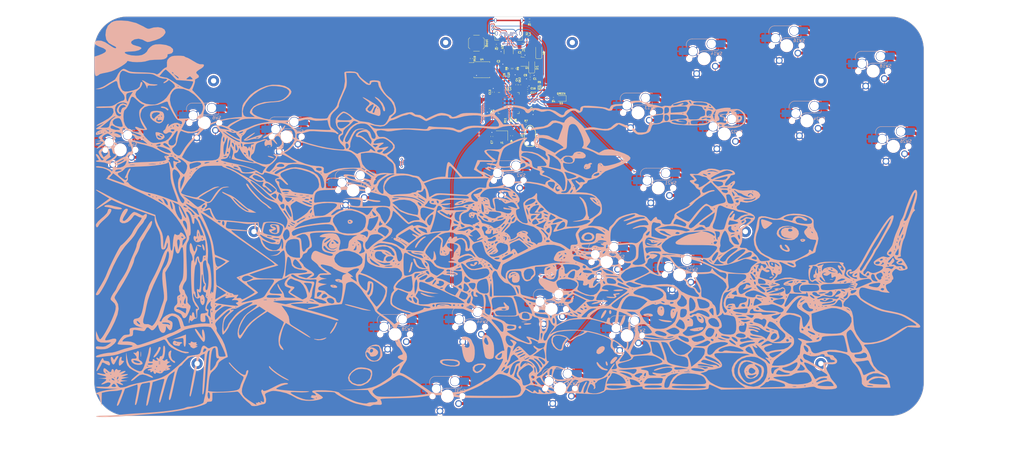
<source format=kicad_pcb>
(kicad_pcb (version 20221018) (generator pcbnew)
  (layers (0 "F.Cu" signal) (31 "B.Cu" signal) (34 "B.Paste" user) (35 "F.Paste" user) (36 "B.SilkS" user "B.Silkscreen") (37 "F.SilkS" user "F.Silkscreen") (38 "B.Mask" user) (39 "F.Mask" user) (44 "Edge.Cuts" user))
  (net 0 "")
  (net 1 "GND")
  (net 2 "START")
  (net 3 "RIGHT")
  (net 4 "DOWN")
  (net 5 "LEFT")
  (net 6 "L")
  (net 7 "M1")
  (net 8 "M2")
  (net 9 "C_UP")
  (net 10 "C_LT")
  (net 11 "A")
  (net 12 "C_DN")
  (net 13 "C_RT")
  (net 14 "UP")
  (net 15 "MS")
  (net 16 "Z")
  (net 17 "LS")
  (net 18 "X")
  (net 19 "Y")
  (net 20 "B")
  (net 21 "R")
  (net 22 "DATA")
  (net 23 "D-")
  (net 24 "D+")
  (net 25 "+5V")
  (net 26 "Net-(D1-A)")
  (net 27 "+3V3")
  (net 28 "+1V1")
  (net 29 "XTAL_IN")
  (net 30 "/XTAL_O")
  (net 31 "PICO_LED")
  (net 32 "Net-(F1-Pad1)")
  (net 33 "Net-(J1-SHIELD)")
  (net 36 "DBUS-")
  (net 37 "DBUS+")
  (net 38 "~{RESET}")
  (net 39 "SWD")
  (net 40 "SWCLK")
  (net 41 "/D_+")
  (net 42 "/D_-")
  (net 43 "XTAL_OUT")
  (net 44 "/~{USB_BOOT}")
  (net 45 "CS")
  (net 46 "Net-(J1-CC2)")
  (net 50 "Net-(J1-CC1)")
  (net 53 "VBUS_SENSE")
  (net 54 "SD3")
  (net 55 "QSPI_CLK")
  (net 56 "SD0")
  (net 57 "SD2")
  (net 58 "SD1")
  (net 61 "3vCable")
  (net 63 "L2")
  (net 64 "Net-(D3-A)")
  (net 67 "M3")
  (footprint "MountingHole:MountingHole_2.2mm_M2_ISO14580_Pad" (layer "F.Cu") (at 279.275 98.76)
    (fp_text reference "H7" hide)
    (fp_text value "MountingHole")
  )
  (footprint "MountingHole:MountingHole_2.2mm_M2_ISO14580_Pad" (layer "F.Cu") (at 305.06 47.313383 15)
    (fp_text reference "H5" hide)
    (fp_text value "MountingHole")
  )
  (footprint "marbastlib-mx:SW_MX_1u" (layer "F.Cu") (at 322.835568 44.011907 180)
    (fp_text reference "SW19" hide)
    (fp_text value "MX_SW_solder" hide)
  )
  (footprint "marbastlib-mx:SW_MX_1u" (layer "F.Cu") (at 249.582967 83.893373 180)
    (fp_text reference "SW20" hide)
    (fp_text value "MX_SW_solder" hide)
  )
  (footprint "marbastlib-mx:SW_MX_1u" (layer "F.Cu") (at 300.251667 60.978545 180)
    (fp_text reference "SW25" hide)
    (fp_text value "MX_SW_solder" hide)
  )
  (footprint "marbastlib-mx:SW_MX_1u" (layer "F.Cu") (at 256.875123 113.477547 180)
    (fp_text reference "SW41" hide)
    (fp_text value "MX_SW_solder" hide)
  )
  (footprint "Button_Switch_SMD:SW_SPST_SKQG_WithStem" (layer "F.Cu") (at 187.61 34.5 -90)
    (fp_text reference "SW1" hide)
    (fp_text value "Boot")
  )
  (footprint "MountingHole:MountingHole_2.2mm_M2_ISO14580_Pad" (layer "F.Cu") (at 111.765 98.76)
    (fp_text reference "H10" hide)
    (fp_text value "MountingHole")
  )
  (footprint "Capacitor_SMD:C_0402_1005Metric" (layer "F.Cu") (at 193.34475 51.196018 90)
    (fp_text reference "C13")
    (fp_text value "100nF")
  )
  (footprint "Resistor_SMD:R_0603_1608Metric" (layer "F.Cu") (at 209.03 49.605 -90)
    (fp_text reference "R5")
    (fp_text value "5.6k")
  )
  (footprint "marbastlib-mx:SW_MX_1u" (layer "F.Cu") (at 122.929442 66.373538 180)
    (fp_text reference "SW8" hide)
    (fp_text value "MX_SW_solder" hide)
  )
  (footprint "marbastlib-mx:SW_MX_1u" (layer "F.Cu") (at 177.711303 154.907386 180)
    (fp_text reference "SW30" hide)
    (fp_text value "MX_SW_solder" hide)
  )
  (footprint "marbastlib-mx:SW_MX_1u" (layer "F.Cu") (at 66.195977 70.872122 180)
    (fp_text reference "SW4" hide)
    (fp_text value "MX_SW_solder" hide)
  )
  (footprint "marbastlib-mx:SW_MX_1u" (layer "F.Cu") (at 293.355673 35.309333 180)
    (fp_text reference "SW17" hide)
    (fp_text value "MX_SW_solder" hide)
  )
  (footprint "Package_TO_SOT_SMD:SOT-23" (layer "F.Cu") (at 203.3525 40.82 180)
    (fp_text reference "U1")
    (fp_text value "XC6206")
  )
  (footprint "Capacitor_SMD:C_0402_1005Metric" (layer "F.Cu") (at 202.9 38.58 180)
    (fp_text reference "C2")
    (fp_text value "1uF")
  )
  (footprint "Resistor_SMD:R_0603_1608Metric" (layer "F.Cu") (at 210.57 49.6 90)
    (fp_text reference "R6")
    (fp_text value "10k")
  )
  (footprint "Resistor_SMD:R_0402_1005Metric" (layer "F.Cu") (at 213.86 53.36)
    (fp_text reference "R4")
    (fp_text value "10k")
  )
  (footprint "marbastlib-mx:SW_MX_1u" (layer "F.Cu") (at 272.092853 65.443729 180)
    (fp_text reference "SW23" hide)
    (fp_text value "MX_SW_solder" hide)
  )
  (footprint "marbastlib-mx:SW_MX_1u" (layer "F.Cu") (at 213.076182 125.213438 180)
    (fp_text reference "SW33" hide)
    (fp_text value "MX_SW_solder" hide)
  )
  (footprint "Capacitor_SMD:C_0402_1005Metric" (layer "F.Cu") (at 205.886 57.815893 -45)
    (fp_text reference "C11")
    (fp_text value "100nF")
  )
  (footprint "Resistor_SMD:R_0402_1005Metric" (layer "F.Cu") (at 194.43 35.23 180)
    (fp_text reference "R2")
    (fp_text value "5.1k")
  )
  (footprint "MountingHole:MountingHole_2.2mm_M2_ISO14580_Pad" (layer "F.Cu") (at 92.395 143.8)
    (fp_text reference "H11" hide)
    (fp_text value "MountingHole")
  )
  (footprint "marbastlib-mx:SW_MX_1u" (layer "F.Cu") (at 185.473308 131.265902 180)
    (fp_text reference "SW45" hide)
    (fp_text value "MX_SW_solder" hide)
  )
  (footprint "Crystal:Crystal_SMD_3225-4Pin_3.2x2.5mm" (layer "F.Cu") (at 196.294 66.03925 180)
    (fp_text reference "Y1")
    (fp_text value "12MHz")
  )
  (footprint "Capacitor_SMD:C_0402_1005Metric" (layer "F.Cu") (at 192.32875 57.038018 -135)
    (fp_text reference "C15")
    (fp_text value "100nF")
  )
  (footprint "marbastlib-mx:SW_MX_1u" (layer "F.Cu") (at 198.5785 81.326866 180)
    (fp_text reference "SW3" hide)
    (fp_text value "MX_SW_solder" hide)
  )
  (footprint "Capacitor_SMD:C_0402_1005Metric" (layer "F.Cu") (at 199.56775 66.055018 90)
    (fp_text reference "C8")
    (fp_text value "22pF")
  )
  (footprint "Fuse:Fuse_1206_3216Metric" (layer "F.Cu") (at 203.71 35.46)
    (fp_text reference "F1")
    (fp_text value "500 mA")
  )
  (footprint "qw-footprints:CUSTOM D_SOD-123" (layer "F.Cu") (at 208.83 37.48 90)
    (fp_text reference "D2")
    (fp_text value "Schottky Diode")
  )
  (footprint "Resistor_SMD:R_0603_1608Metric" (layer "F.Cu") (at 205.695 26.72 180)
    (fp_text reference "R1")
    (fp_text value "1M")
  )
  (footprint "Capacitor_SMD:C_0402_1005Metric" (layer "F.Cu") (at 205.92 45.425 180)
    (fp_text reference "C9")
    (fp_text value "10uF")
  )
  (footprint "Capacitor_SMD:C_0402_1005Metric" (layer "F.Cu") (at 205.92 46.625)
    (fp_text reference "C1")
    (fp_text value "1uF")
  )
  (footprint "LED_SMD:LED_0805_2012Metric" (layer "F.Cu") (at 216.4875 53.35 180)
    (fp_text reference "D3")
    (fp_text value "GREEN")
  )
  (footprint "Capacitor_SMD:C_0402_1005Metric" (layer "F.Cu") (at 201.34575 48.656018 90)
    (fp_text reference "C4")
    (fp_text value "1uF")
  )
  (footprint "Resistor_SMD:R_0402_1005Metric" (layer "F.Cu") (at 197.437 62.48325 90)
    (fp_text reference "R11")
    (fp_text value "1k")
  )
  (footprint "Capacitor_SMD:C_0402_1005Metric" (layer "F.Cu") (at 200.993 62.48325 -90)
    (fp_text reference "C6")
    (fp_text value "100nF")
  )
  (footprint "Capacitor_SMD:C_0402_1005Metric" (layer "F.Cu") (at 205.057 49.91025)
    (fp_text reference "C16")
    (fp_text value "100nF")
  )
  (footprint "marbastlib-mx:SW_MX_1u" (layer "F.Cu") (at 242.687232 58.225127 180)
    (fp_text reference "SW12" hide)
    (fp_text value "MX_SW_solder" hide)
  )
  (footprint "Capacitor_SMD:C_0402_1005Metric" (layer "F.Cu") (at 202.36175 48.656018 90)
    (fp_text reference "C12")
    (fp_text value "100nF")
  )
  (footprint "Capacitor_SMD:C_0402_1005Metric" (layer "F.Cu") (at 195.1 41.64)
    (fp_text reference "C3")
    (fp_text value "100nF")
  )
  (footprint "Capacitor_SMD:C_0402_1005Metric" (layer "F.Cu") (at 192.865 66.309018 -90)
    (fp_text reference "C7")
    (fp_text value "22pF")
  )
  (footprint "marbastlib-mx:SW_MX_1u" (layer "F.Cu") (at 231.908565 109.10896 180)
    (fp_text reference "SW35" hide)
    (fp_text value "MX_SW_solder" hide)
  )
  (footprint "marbastlib-mx:SW_MX_1u" (layer "F.Cu") (at 159.877695 133.803616 180)
    (fp_text reference "SW29" hide)
    (fp_text value "MX_SW_solder" hide)
  )
  (footprint "Resistor_SMD:R_0603_1608Metric" (layer "F.Cu") (at 200.54 43.14 -90)
    (fp_text reference "R9")
    (fp_text value "27")
  )
  (footprint "marbastlib-mx:SW_MX_1u" (layer "F.Cu") (at 145.551535 84.613063 180)
    (fp_text reference "SW10" hide)
    (fp_text value "MX_SW_solder" hide)
  )
  (footprint "Resistor_SMD:R_0402_1005Metric" (layer "F.Cu") (at 185.85 39.72 -90)
    (fp_text reference "R10")
    (fp_text value "1k")
  )
  (footprint "MountingHole:MountingHole_2.2mm_M2_ISO14580_Pad" (layer "F.Cu") (at 98 47.313383)
    (fp_text reference "H4" hide)
    (fp_text value "MountingHole")
  )
  (footprint "marbastlib-mx:SW_MX_1u" (layer "F.Cu") (at 265.196859 39.774517 180)
    (fp_text reference "SW15" hide)
    (fp_text value "MX_SW_solder" hide)
  )
  (footprint "marbastlib-mx:SW_MX_1u" (layer "F.Cu") (at 94.834109 61.667579 180)
    (fp_text reference "SW7" hide)
    (fp_text value "MX_SW_solder" hide)
  )
  (footprint "Resistor_SMD:R_0603_1608Metric" (layer "F.Cu") (at 199.01 43.14 -90)
    (fp_text reference "R8")
    (fp_text value "27")
  )
  (footprint "Capacitor_SMD:C_0402_1005Metric" (layer "F.Cu") (at 198.58 46.86225 90)
    (fp_text reference "C10")
    (fp_text value "1uF")
  )
  (footprint "marbastlib-various:CON_TC2030_outlined" (layer "F.Cu") (at 205.85 66.12 -90)
    (fp_text reference "J2")
    (fp_text value "JTAG_TC2030")
  )
  (footprint "qw-footprints:CUSTOM D_SOD-123" (layer "F.Cu") (at 206.45 42.41 90)
    (fp_text reference "D1")
    (fp_text value "Schottky Diode")
  )
  (footprint "MountingHole:MountingHole_2.2mm_M2_ISO14580_Pad" (layer "F.Cu") (at 304.995 143.8)
    (fp_text reference "H8" hide)
    (fp_text value "MountingHole")
  )
  (footprint "Capacitor_SMD:C_0402_1005Metric" (layer "F.Cu") (at 199.469 62.48325 -90)
    (fp_text reference "C14")
    (fp_text value "100nF")
  )
  (footprint "marbastlib-mx:SW_MX_1u" (layer "F.Cu") (at 216.147454 152.335835 180)
    (fp_text reference "SW37" hide)
    (fp_text value "MX_SW_solder" hide)
  )
  (footprint "qw-footprints:RP2040-QFN-56" (layer "F.Cu") (at 198.58 54.895)
    (fp_text reference "U3")
    (fp_text value "RP2040")
  )
  (footprint "Capacitor_SMD:C_0402_1005Metric" (layer "F.Cu") (at 197.056 46.86225 90)
    (fp_text reference "C5")
    (fp_text value "100nF")
  )
  (footprint "marbastlib-mx:SW_MX_1u" (layer "F.Cu") (at 238.979837 134.231357 180)
    (fp_text reference "SW38" hide)
    (fp_text value "MX_SW_solder" hide)
  )
  (footprint "MountingHole:MountingHole_2.2mm_M2_ISO14580_Pad" (layer "F.Cu") (at 220.29 34.24)
    (fp_text reference "H9" hide)
    (fp_text value "MountingHole")
  )
  (footprint "MountingHole:MountingHole_2.2mm_M2_ISO14580_Pad" (layer "F.Cu") (at 177.1 34.24)
    (fp_text reference "H6" hide)
    (fp_text value "MountingHole")
  )
  (footprint "marbastlib-mx:SW_MX_1u" (layer "F.Cu") (at 329.731562 69.681119 180)
    (fp_text reference "SW27" hide)
    (fp_text value "MX_SW_solder" hide)
  )
  (footprint "Resistor_SMD:R_0402_1005Metric" (layer "F.Cu") (at 204.5 61.93 180)
    (fp_text reference "R7")
    (fp_text value "10k")
  )
  (footprint "Package_TO_SOT_SMD:SOT-23-6" (layer "F.Cu") (at 198.58 37.35 -90)
    (fp_text reference "U2")
    (fp_text value "USBLC6-2SC6")
  )
  (footprint "Capacitor_SMD:C_0402_1005Metric" (layer "F.Cu") (at 205.057 51.43425)
    (fp_text reference "C17")
    (fp_text value "100nF")
  )
  (footprint "Resistor_SMD:R_0402_1005Metric" (layer "F.Cu") (at 205.26 32.57)
    (fp_text reference "R3")
    (fp_text value "5.1k")
  )
  (footprint "qw-footprints:TYPE-C_24P_QCHT" (layer "F.Cu") (at 198.5785 28 180)
    (fp_text reference "J1" hide)
    (fp_text value "USB C Connector")
  )
  (footprint "Package_SO:SOIC-8_5.23x5.23mm_P1.27mm" (layer "F.Cu") (at 189.45 43.55)
    (fp_text reference "U4")
    (fp_text value "W25Q128JVS")
  )
  (footprint "marbastlib-mx:SW_MX_HS_1u" (layer "B.Cu") (at 66.195977 70.872122 180)
    (fp_text reference "SW5")
    (fp_text value "MX_SW_HS" hide)
  )
  (footprint "marbastlib-mx:SW_MX_HS_1u" (layer "B.Cu") (at 242.687232 58.225127 180)
    (fp_text reference "SW13")
    (fp_text value "MX_SW_HS" hide)
  )
  (footprint "marbastlib-mx:SW_MX_HS_1u" (layer "B.Cu") (at 249.582967 83.893373 180)
    (fp_text reference "SW21")
    (fp_text value "MX_SW_HS" hide)
  )
  (footprint "marbastlib-mx:SW_MX_HS_1u" (layer "B.Cu") (at 198.5785 81.326866 180)
    (fp_text reference "SW2")
    (fp_text value "MX_SW_HS" hide)
  )
  (footprint "marbastlib-mx:SW_MX_HS_1u" (layer "B.Cu") (at 213.076182 125.213438 180)
    (fp_text reference "SW32")
    (fp_text value "MX_SW_HS" hide)
  )
  (footprint "marbastlib-mx:SW_MX_HS_1u" (layer "B.Cu") (at 94.834109 61.667579 180)
    (fp_text reference "SW6")
    (fp_text value "MX_SW_HS" hide)
  )
  (footprint "marbastlib-mx:SW_MX_HS_1u" (layer "B.Cu") (at 256.875123 113.477547 180)
    (fp_text reference "SW40")
    (fp_text value "MX_SW_HS" hide)
  )
  (footprint "marbastlib-mx:SW_MX_HS_1u" (layer "B.Cu") (at 145.551535 84.613063 180)
    (fp_text reference "SW11")
    (fp_text value "MX_SW_HS" hide)
  )
  (footprint "marbastlib-mx:SW_MX_HS_1u" (layer "B.Cu") (at 265.196859 39.774517 180)
    (fp_text reference "SW14")
    (fp_text value "MX_SW_HS" hide)
  )
  (footprint "marbastlib-mx:SW_MX_HS_1u" (layer "B.Cu") (at 122.929442 66.373538 180)
    (fp_text reference "SW9")
    (fp_text value "MX_SW_HS" hide)
  )
  (footprint "marbastlib-mx:SW_MX_HS_1u" (layer "B.Cu") (at 216.147454 152.335835 180)
    (fp_text reference "SW36")
    (fp_text value "MX_SW_HS" hide)
  )
  (footprint "marbastlib-mx:SW_MX_HS_1u" (layer "B.Cu") (at 177.711303 154.907386 180)
    (fp_text reference "SW31")
    (fp_text value "MX_SW_HS" hide)
  )
  (footprint "marbastlib-mx:SW_MX_HS_1u" (layer "B.Cu") (at 159.877695 133.803616 180)
    (fp_text reference "SW28")
    (fp_text value "MX_SW_HS" hide)
  )
  (footprint "marbastlib-mx:SW_MX_HS_1u" (layer "B.Cu") (at 300.251667 60.978545 180)
    (fp_text reference "SW24")
    (fp_text value "MX_SW_HS" hide)
  )
  (footprint "marbastlib-mx:SW_MX_HS_1u" (layer "B.Cu") (at 322.835568 44.011907 180)
    (fp_text reference "SW18")
    (fp_text value "MX_SW_HS" hide)
  )
  (footprint "marbastlib-mx:SW_MX_HS_1u" (layer "B.Cu") (at 238.979837 134.231357 180)
    (fp_text reference "SW39")
    (fp_text value "MX_SW_HS" hide)
  )
  (footprint "marbastlib-mx:SW_MX_HS_1u" (layer "B.Cu") (at 272.092853 65.443729 180)
    (fp_text reference "SW22")
    (fp_text value "MX_SW_HS" hide)
  )
  (footprint "LOGO" (layer "B.Cu") (at 198.38 94 180)
    (fp_text reference "G***" hide)
    (fp_text value "LOGO" hide)
  )
  (footprint "marbastlib-mx:SW_MX_HS_1u" (layer "B.Cu") (at 329.731562 69.681119 180)
    (fp_text reference "SW26")
    (fp_text value "MX_SW_HS" hide)
  )
  (footprint "marbastlib-mx:SW_MX_HS_1u" (layer "B.Cu") (at 293.355673 35.309333 180)
    (fp_text reference "SW16")
    (fp_text value "MX_SW_HS" hide)
  )
  (footprint "marbastlib-mx:SW_MX_HS_1u" (layer "B.Cu") (at 185.478441 131.2636 180)
    (fp_text reference "SW44")
    (fp_text value "MX_SW_HS" hide)
  )
  (footprint "marbastlib-mx:SW_MX_HS_1u" (layer "B.Cu") (at 231.908565 109.10896 180)
    (fp_text reference "SW34")
    (fp_text value "MX_SW_HS" hide)
  )
  (gr_line (start 68.61 161.62) (end 328.81 161.62) (stroke (width 0.1)) (layer "Edge.Cuts"))
  (gr_line (start 328.81 25.4) (end 68.61 25.4) (stroke (width 0.1)) (layer "Edge.Cuts"))
  (gr_arc (start 57.36 36.65) (mid 60.655049 28.695049) (end 68.61 25.4) (stroke (width 0.1)) (layer "Edge.Cuts"))
  (gr_arc (start 328.81 25.4) (mid 336.764951 28.695049) (end 340.06 36.65) (stroke (width 0.1)) (layer "Edge.Cuts"))
  (gr_line (start 57.36 36.65) (end 57.36 150.37) (stroke (width 0.1)) (layer "Edge.Cuts"))
  (gr_line (start 340.06 36.65) (end 340.06 150.37) (stroke (width 0.1)) (layer "Edge.Cuts"))
  (gr_arc (start 68.61 161.62) (mid 60.655049 158.324951) (end 57.36 150.37) (stroke (width 0.1)) (layer "Edge.Cuts"))
  (gr_arc (start 340.06 150.37) (mid 336.764951 158.324951) (end 328.81 161.62) (stroke (width 0.1)) (layer "Edge.Cuts"))
  (segment (start 205.44 45.425) (end 205.44 46.625) (width 0.5) (layer "F.Cu") (net 1))
  (segment (start 197.963369 37.32) (end 196.03 37.32) (width 0.2) (layer "F.Cu") (net 1))
  (segment (start 197.58 58.3325) (end 197.58 59.053529) (width 0.2) (layer "F.Cu") (net 1))
  (segment (start 201.3285 31.76) (end 201.3785 31.71) (width 0.2) (layer "F.Cu") (net 1))
  (segment (start 197.056 46.38225) (end 198.58 46.38225) (width 0.5) (layer "F.Cu") (net 1))
  (segment (start 192.865 64.912018) (end 192.865 65.829018) (width 0.381) (layer "F.Cu") (net 1))
  (segment (start 199.56775 66.535018) (end 199.56775 67.579018) (width 0.381) (layer "F.Cu") (net 1))
  (segment (start 195.8285 32.92) (end 195.8285 31.76) (width 0.2) (layer "F.Cu") (net 1))
  (segment (start 191.989339 57.377429) (end 191.31275 58.054018) (width 0.381) (layer "F.Cu") (net 1))
  (segment (start 199.56775 66.535018) (end 197.748232 66.535018) (width 0.381) (layer "F.Cu") (net 1))
  (segment (start 205.537 49.91025) (end 205.537 51.43425) (width 0.381) (layer "F.Cu") (net 1))
  (segment (start 198.58 36.2125) (end 198.58 36.703369) (width 0.2) (layer "F.Cu") (net 1))
  (segment (start 185.8875 45.45) (end 187.6125 45.45) (width 0.5) (layer "F.Cu") (net 1))
  (segment (start 203.38 38.58) (end 204.16 38.58) (width 0.5) (layer "F.Cu") (net 1))
  (segment (start 193.34475 50.716018) (end 193.34475 49.926018) (width 0.381) (layer "F.Cu") (net 1))
  (segment (start 201.3285 32.92) (end 201.3285 31.76) (width 0.2) (layer "F.Cu") (net 1))
  (segment (start 205.53675 49.07) (end 205.53675 49.91) (width 0.381) (layer "F.Cu") (net 1))
  (segment (start 206.902 58.831893) (end 206.225411 58.155304) (width 0.2) (layer "F.Cu") (net 1))
  (segment (start 196.03 37.32) (end 196 37.35) (width 0.2) (layer "F.Cu") (net 1))
  (segment (start 204.16 38.58) (end 204.17 38.57) (width 0.5) (layer "F.Cu") (net 1))
  (segment (start 202.36175 48.176018) (end 202.36175 47.259018) (width 0.2) (layer "F.Cu") (net 1))
  (segment (start 195.58 41.64) (end 196.59 41.64) (width 0.5) (layer "F.Cu") (net 1))
  (segment (start 205.44 46.625) (end 204.66 46.625) (width 0.5) (layer "F.Cu") (net 1))
  (segment (start 197.271903 59.797341) (end 193.365425 63.703819) (width 0.2) (layer "F.Cu") (net 1))
  (segment (start 195.8285 31.76) (end 195.7785 31.71) (width 0.2) (layer "F.Cu") (net 1))
  (segment (start 204.66 46.625) (end 204.65 46.635) (width 0.5) (layer "F.Cu") (net 1))
  (segment (start 197.147022 66.88925) (end 195.447022 65.18925) (width 0.254) (layer "F.Cu") (net 1))
  (segment (start 205.215 67.39) (end 204.012739 67.39) (width 0.25) (layer "F.Cu") (net 1))
  (via (at 191.31275 58.054018) (size 0.6) (drill 0.3) (layers "F.Cu" "B.Cu") (net 1))
  (via (at 197.78975 45.735018) (size 0.6) (drill 0.3) (layers "F.Cu" "B.Cu") (net 1))
  (via (at 187.6275 45.465) (size 0.6) (drill 0.3) (layers "F.Cu" "B.Cu") (net 1))
  (via (at 196 37.35) (size 0.6) (drill 0.3) (layers "F.Cu" "B.Cu") (net 1))
  (via (at 200.20275 63.896018) (size 0.6) (drill 0.3) (layers "F.Cu" "B.Cu") (net 1))
  (via (at 192.865 64.912018) (size 0.6) (drill 0.3) (layers "F.Cu" "B.Cu") (net 1))
  (via (at 199.56775 67.579018) (size 0.6) (drill 0.3) (layers "F.Cu" "B.Cu") (net 1))
  (via (at 204.17 38.57) (size 0.6) (drill 0.3) (layers "F.Cu" "B.Cu") (net 1))
  (via (at 204.012739 67.39) (size 0.6) (drill 0.3) (layers "F.Cu" "B.Cu") (net 1))
  (via (at 196.6 41.63) (size 0.6) (drill 0.3) (layers "F.Cu" "B.Cu") (net 1))
  (via (at 202.36175 47.259018) (size 0.6) (drill 0.3) (layers "F.Cu" "B.Cu") (net 1))
  (via (at 205.53675 49.07) (size 0.6) (drill 0.3) (layers "F.Cu" "B.Cu") (net 1))
  (via (at 207.26 45.475) (size 0.6) (drill 0.3) (layers "F.Cu" "B.Cu") (net 1))
  (via (at 204.65 46.635) (size 0.6) (drill 0.3) (layers "F.Cu" "B.Cu") (net 1))
  (via (at 193.34475 49.926018) (size 0.6) (drill 0.3) (layers "F.Cu" "B.Cu") (net 1))
  (via (at 200.806 45.242893) (size 0.6) (drill 0.3) (layers "F.Cu" "B.Cu") (net 1))
  (via (at 206.902 58.831893) (size 0.6) (drill 0.3) (layers "F.Cu" "B.Cu") (net 1))
  (via (at 198.901 45.242893) (size 0.6) (drill 0.3) (layers "F.Cu" "B.Cu") (net 1))
  (arc (start 197.58 59.053529) (mid 197.499928 59.456077) (end 197.271903 59.797341) (width 0.2) (layer "F.Cu") (net 1))
  (arc (start 192.865 64.912018) (mid 192.995056 64.258116) (end 193.365425 63.703819) (width 0.2) (layer "F.Cu") (net 1))
  (arc (start 197.963369 37.32) (mid 198.399393 37.139393) (end 198.58 36.703369) (width 0.2) (layer "F.Cu") (net 1))
  (segment (start 198.58 53.62) (end 198.58 56.17) (width 0.635) (layer "B.Cu") (net 1))
  (segment (start 199.855 56.17) (end 199.855 53.62) (width 0.635) (layer "B.Cu") (net 1))
  (segment (start 197.605 55.87) (end 199.555 55.87) (width 0.635) (layer "B.Cu") (net 1))
  (segment (start 199.555 55.87) (end 199.855 56.17) (width 0.635) (layer "B.Cu") (net 1))
  (segment (start 197.305 56.17) (end 197.305 53.62) (width 0.635) (layer "B.Cu") (net 1))
  (segment (start 199.855 53.62) (end 197.305 53.62) (width 0.635) (layer "B.Cu") (net 1))
  (segment (start 197.305 56.17) (end 197.605 55.87) (width 0.635) (layer "B.Cu") (net 1))
  (segment (start 199.855 54.895) (end 197.305 54.895) (width 0.635) (layer "B.Cu") (net 1))
  (segment (start 168.460304 82.436556) (end 189.10843 61.78843) (width 0.2) (layer "F.Cu") (net 2))
  (segment (start 197.3885 111.9) (end 180.48488 111.9) (width 0.2) (layer "F.Cu") (net 2))
  (segment (start 173.413812 108.971068) (end 168.460304 104.01756) (width 0.2) (layer "F.Cu") (net 2))
  (segment (start 189.665679 61.54343) (end 189.729504 61.479605) (width 0.2) (layer "F.Cu") (net 2))
  (segment (start 189.73 52.4) (end 189.75 52.4) (width 0.2) (layer "F.Cu") (net 2))
  (segment (start 165.531372 96.946492) (end 165.531372 89.507624) (width 0.2) (layer "F.Cu") (net 2))
  (segment (start 207.3065 79.246866) (end 207.3065 80.866866) (width 1) (layer "F.Cu") (net 2))
  (segment (start 204.3065 83.866866) (end 202.3885 83.866866) (width 1) (layer "F.Cu") (net 2))
  (segment (start 192.731461 52.681859) (end 189.73 52.4) (width 0.2) (layer "F.Cu") (net 2))
  (segment (start 189.10843 61.78843) (end 189.132704 61.764156) (width 0.2) (layer "F.Cu") (net 2))
  (segment (start 195.1425 52.695) (end 193.011949 52.695) (width 0.2) (layer "F.Cu") (net 2))
  (segment (start 201.1185 76.246866) (end 204.3065 76.246866) (width 1) (layer "F.Cu") (net 2))
  (segment (start 202.3885 83.866866) (end 202.3885 106.9) (width 0.2) (layer "F.Cu") (net 2))
  (via (at 189.729504 61.479605) (size 0.6) (drill 0.3) (layers "F.Cu" "B.Cu") (net 2))
  (via (at 189.73 52.4) (size 0.6) (drill 0.3) (layers "F.Cu" "B.Cu") (net 2))
  (arc (start 165.531372 89.507624) (mid 166.292577 85.68079) (end 168.460304 82.436556) (width 0.2) (layer "F.Cu") (net 2))
  (arc (start 168.460304 104.01756) (mid 166.292577 100.773326) (end 165.531372 96.946492) (width 0.2) (layer "F.Cu") (net 2))
  (arc (start 202.3885 106.9) (mid 200.924034 110.435534) (end 197.3885 111.9) (width 0.2) (layer "F.Cu") (net 2))
  (arc (start 204.3065 83.866866) (mid 206.42782 82.988186) (end 207.3065 80.866866) (width 1) (layer "F.Cu") (net 2))
  (arc (start 180.48488 111.9) (mid 176.658046 111.138796) (end 173.413812 108.971068) (width 0.2) (layer "F.Cu") (net 2))
  (arc (start 207.3065 79.246866) (mid 206.42782 77.125546) (end 204.3065 76.246866) (width 1) (layer "F.Cu") (net 2))
  (arc (start 189.132704 61.764156) (mid 189.377191 61.600795) (end 189.665679 61.54343) (width 0.2) (layer "F.Cu") (net 2))
  (arc (start 193.011949 52.695) (mid 192.871551 52.691713) (end 192.731461 52.681859) (width 0.2) (layer "F.Cu") (net 2))
  (segment (start 189.729504 52.400496) (end 189.729504 61.479605) (width 0.2) (layer "B.Cu") (net 2))
  (segment (start 189.73 52.4) (end 189.729504 52.400496) (width 0.2) (layer "B.Cu") (net 2))
  (segment (start 190.866321 54.373679) (end 171.618679 73.621321) (width 0.2) (layer "F.Cu") (net 3))
  (segment (start 154.886553 76.206553) (end 154.88 76.2) (width 0.2) (layer "F.Cu") (net 3))
  (segment (start 169.497359 74.5) (end 162.997809 74.5) (width 0.2) (layer "F.Cu") (net 3))
  (segment (start 149.361535 87.153062) (end 149.361535 88.219063) (width 0.2) (layer "F.Cu") (net 3))
  (segment (start 162.13 76.55) (end 162.072893 76.492893) (width 0.2) (layer "F.Cu") (net 3))
  (segment (start 162.13 74.05) (end 162.260025 74.169975) (width 0.2) (layer "F.Cu") (net 3))
  (segment (start 155.015786 76.2) (end 154.88 76.2) (width 0.2) (layer "F.Cu") (net 3))
  (segment (start 162.298554 74.214872) (end 162.13 74.05) (width 0.2) (layer "F.Cu") (net 3))
  (segment (start 154.279534 82.533063) (end 154.279534 84.153063) (width 1) (layer "F.Cu") (net 3))
  (segment (start 151.279534 87.153063) (end 149.361535 87.153062) (width 1) (layer "F.Cu") (net 3))
  (segment (start 195.1425 53.495) (end 192.987641 53.495) (width 0.2) (layer "F.Cu") (net 3))
  (segment (start 148.091535 79.533063) (end 151.279535 79.533063) (width 1) (layer "F.Cu") (net 3))
  (segment (start 161.48 76.206553) (end 154.886553 76.206553) (width 0.2) (layer "F.Cu") (net 3))
  (segment (start 147.702884 78.136131) (end 148.091535 79.533063) (width 0.2) (layer "F.Cu") (net 3))
  (segment (start 154.88 76.2) (end 151.993761 76.2) (width 0.2) (layer "F.Cu") (net 3))
  (via (at 162.13 76.55) (size 0.8) (drill 0.4) (layers "F.Cu" "B.Cu") (net 3))
  (via (at 162.13 74.05) (size 0.8) (drill 0.4) (layers "F.Cu" "B.Cu") (net 3))
  (arc (start 162.298554 74.214872) (mid 162.620233 74.425978) (end 162.997809 74.5) (width 0.2) (layer "F.Cu") (net 3))
  (arc (start 151.279534 87.153063) (mid 153.400855 86.274384) (end 154.279534 84.153063) (width 1) (layer "F.Cu") (net 3))
  (arc (start 162.072893 76.492893) (mid 161.748469 76.27612) (end 161.365786 76.2) (width 0.2) (layer "F.Cu") (net 3))
  (arc (start 192.987641 53.495) (mid 191.839591 53.723361) (end 190.866321 54.373679) (width 0.2) (layer "F.Cu") (net 3))
  (arc (start 149.305932 78.913637) (mid 150.084033 76.996386) (end 151.993761 76.2) (width 0.2) (layer "F.Cu") (net 3))
  (arc (start 171.618679 73.621321) (mid 170.645409 74.271639) (end 169.497359 74.5) (width 0.2) (layer "F.Cu") (net 3))
  (arc (start 154.279534 82.533063) (mid 153.400854 80.411743) (end 151.279535 79.533063) (width 1) (layer "F.Cu") (net 3))
  (segment (start 162.13 74.05) (end 162.13 76.55) (width 0.2) (layer "B.Cu") (net 3))
  (segment (start 126.787149 70.100756) (end 126.739442 68.913538) (width 0.2) (layer "F.Cu") (net 4))
  (segment (start 125.469442 61.293538) (end 128.657442 61.293538) (width 1) (layer "F.Cu") (net 4))
  (segment (start 126.815965 69.163807) (end 126.739442 68.913538) (width 0.2) (layer "F.Cu") (net 4))
  (segment (start 191.032007 54.773679) (end 171.784365 74.021321) (width 0.2) (layer "F.Cu") (net 4))
  (segment (start 195.1425 53.895) (end 193.153327 53.895) (width 0.2) (layer "F.Cu") (net 4))
  (segment (start 131.657442 64.293538) (end 131.657442 65.913538) (width 1) (layer "F.Cu") (net 4))
  (segment (start 169.663045 74.9) (end 131.783117 74.9) (width 0.2) (layer "F.Cu") (net 4))
  (segment (start 128.657442 68.913538) (end 126.739442 68.913538) (width 1) (layer "F.Cu") (net 4))
  (arc (start 131.783117 74.9) (mid 128.319288 73.505813) (end 126.787149 70.100756) (width 0.2) (layer "F.Cu") (net 4))
  (arc (start 128.657442 68.913538) (mid 130.778762 68.034858) (end 131.657442 65.913538) (width 1) (layer "F.Cu") (net 4))
  (arc (start 193.153327 53.895) (mid 192.005277 54.123361) (end 191.032007 54.773679) (width 0.2) (layer "F.Cu") (net 4))
  (arc (start 131.657442 64.293538) (mid 130.778762 62.172218) (end 128.657442 61.293538) (width 1) (layer "F.Cu") (net 4))
  (arc (start 171.784365 74.021321) (mid 170.811095 74.671639) (end 169.663045 74.9) (width 0.2) (layer "F.Cu") (net 4))
  (segment (start 97.374109 56.587579) (end 100.562109 56.587579) (width 1) (layer "F.Cu") (net 5))
  (segment (start 98.644109 69.571468) (end 98.644109 64.207579) (width 0.2) (layer "F.Cu") (net 5))
  (segment (start 191.197693 55.173679) (end 171.950051 74.421321) (width 0.2) (layer "F.Cu") (net 5))
  (segment (start 103.562109 59.587579) (end 103.562109 61.207579) (width 1) (layer "F.Cu") (net 5))
  (segment (start 102.25132 74.42132) (end 99.522788 71.692788) (width 0.2) (layer "F.Cu") (net 5))
  (segment (start 195.1425 54.295) (end 193.319013 54.295) (width 0.2) (layer "F.Cu") (net 5))
  (segment (start 169.828731 75.3) (end 104.372641 75.3) (width 0.2) (layer "F.Cu") (net 5))
  (segment (start 100.562108 64.207579) (end 98.644109 64.207579) (width 1) (layer "F.Cu") (net 5))
  (arc (start 193.319013 54.295) (mid 192.170963 54.523361) (end 191.197693 55.173679) (width 0.2) (layer "F.Cu") (net 5))
  (arc (start 98.644109 69.571468) (mid 98.87247 70.719518) (end 99.522788 71.692788) (width 0.2) (layer "F.Cu") (net 5))
  (arc (start 169.828731 75.3) (mid 170.976781 75.071639) (end 171.950051 74.421321) (width 0.2) (layer "F.Cu") (net 5))
  (arc (start 103.562109 59.587579) (mid 102.683428 57.466259) (end 100.562109 56.587579) (width 1) (layer "F.Cu") (net 5))
  (arc (start 100.562108 64.207579) (mid 102.683428 63.328899) (end 103.562109 61.207579) (width 1) (layer "F.Cu") (net 5))
  (arc (start 104.372641 75.3) (mid 103.22459 75.071638) (end 102.25132 74.42132) (width 0.2) (layer "F.Cu") (net 5))
  (segment (start 191.503556 55.433502) (end 172.015737 74.921321) (width 0.2) (layer "F.Cu") (net 6))
  (segment (start 71.515175 74.92132) (end 70.005977 73.412122) (width 0.2) (layer "F.Cu") (net 6))
  (segment (start 191.513502 55.433502) (end 191.503556 55.433502) (width 0.2) (layer "F.Cu") (net 6))
  (segment (start 195.1425 54.695) (end 193.484699 54.695) (width 0.2) (layer "F.Cu") (net 6))
  (segment (start 71.923977 73.412122) (end 70.005977 73.412122) (width 1) (layer "F.Cu") (net 6))
  (segment (start 68.735977 65.792122) (end 71.923977 65.792123) (width 1) (layer "F.Cu") (net 6))
  (segment (start 74.923977 68.792122) (end 74.923977 70.412122) (width 1) (layer "F.Cu") (net 6))
  (segment (start 169.894417 75.8) (end 73.636496 75.8) (width 0.2) (layer "F.Cu") (net 6))
  (segment (start 70.285278 74.413413) (end 70.005977 73.412122) (width 0.2) (layer "F.Cu") (net 6))
  (arc (start 74.923977 68.792122) (mid 74.045296 66.670802) (end 71.923977 65.792123) (width 1) (layer "F.Cu") (net 6))
  (arc (start 71.515175 74.92132) (mid 72.488445 75.571639) (end 73.636496 75.8) (width 0.2) (layer "F.Cu") (net 6))
  (arc (start 71.923977 73.412122) (mid 74.045297 72.533442) (end 74.923977 70.412122) (width 1) (layer "F.Cu") (net 6))
  (arc (start 172.015737 74.921321) (mid 171.042467 75.571639) (end 169.894417 75.8) (width 0.2) (layer "F.Cu") (net 6))
  (arc (start 193.484699 54.695) (mid 192.336648 54.923362) (end 191.363378 55.57368) (width 0.2) (layer "F.Cu") (net 6))
  (segment (start 162.146191 128.566863) (end 162.417695 128.723616) (width 0.2) (layer "F.Cu") (net 7))
  (segment (start 165.605695 136.343616) (end 163.687695 136.343616) (width 1) (layer "F.Cu") (net 7))
  (segment (start 191.529065 55.973679) (end 166.060304 81.44244) (width 0.2) (layer "F.Cu") (net 7))
  (segment (start 195.1425 55.095) (end 193.650385 55.095) (width 0.2) (layer "F.Cu") (net 7))
  (segment (start 162.417696 128.723616) (end 165.605695 128.723616) (width 1) (layer "F.Cu") (net 7))
  (segment (start 163.131372 88.513508) (end 163.131372 128.625324) (width 0.2) (layer "F.Cu") (net 7))
  (segment (start 168.605695 131.723615) (end 168.605695 133.343615) (width 1) (layer "F.Cu") (net 7))
  (arc (start 193.650385 55.095) (mid 192.502335 55.323361) (end 191.529065 55.973679) (width 0.2) (layer "F.Cu") (net 7))
  (arc (start 166.060304 81.44244) (mid 163.892577 84.686674) (end 163.131372 88.513508) (width 0.2) (layer "F.Cu") (net 7))
  (arc (start 165.605695 136.343616) (mid 167.727015 135.464936) (end 168.605695 133.343615) (width 1) (layer "F.Cu") (net 7))
  (arc (start 161.680265 127.959656) (mid 161.852837 128.309599) (end 162.146191 128.566863) (width 0.2) (layer "F.Cu") (net 7))
  (arc (start 168.605695 131.723615) (mid 167.727015 129.602296) (end 165.605695 128.723616) (width 1) (layer "F.Cu") (net 7))
  (segment (start 163.531372 99.775649) (end 163.531372 88.679194) (width 0.2) (layer "F.Cu") (net 8))
  (segment (start 186.439303 152.827386) (end 186.439303 154.447386) (width 1) (layer "F.Cu") (net 8))
  (segment (start 180.251303 149.827387) (end 183.439303 149.827387) (width 1) (layer "F.Cu") (net 8))
  (segment (start 183.439303 157.447387) (end 181.521303 157.447387) (width 1) (layer "F.Cu") (net 8))
  (segment (start 166.756788 107.562458) (end 166.756788 114.707426) (width 0.2) (layer "F.Cu") (net 8))
  (segment (start 193.816071 55.495) (end 195.1425 55.495) (width 0.2) (layer "F.Cu") (net 8))
  (segment (start 170.214089 123.054089) (end 172.509053 125.349053) (width 0.2) (layer "F.Cu") (net 8))
  (segment (start 166.460304 81.608126) (end 191.694751 56.373679) (width 0.2) (layer "F.Cu") (net 8))
  (segment (start 175.13 131.676578) (end 175.13 140.411638) (width 0.2) (layer "F.Cu") (net 8))
  (segment (start 177.885376 147.063704) (end 181.479555 150.657883) (width 0.2) (layer "F.Cu") (net 8))
  (arc (start 166.756788 114.707426) (mid 167.655311 119.224607) (end 170.214089 123.054089) (width 0.2) (layer "F.Cu") (net 8))
  (arc (start 175.13 140.411638) (mid 175.846099 144.01171) (end 177.885376 147.063704) (width 0.2) (layer "F.Cu") (net 8))
  (arc (start 163.531372 88.679194) (mid 164.292577 84.85236) (end 166.460304 81.608126) (width 0.2) (layer "F.Cu") (net 8))
  (arc (start 175.13 131.676578) (mid 174.448838 128.252146) (end 172.509053 125.349053) (width 0.2) (layer "F.Cu") (net 8))
  (arc (start 186.439303 152.827386) (mid 185.560622 150.706066) (end 183.439303 149.827387) (width 1) (layer "F.Cu") (net 8))
  (arc (start 165.814574 105.287786) (mid 166.511922 106.331428) (end 166.756788 107.562458) (width 0.2) (layer "F.Cu") (net 8))
  (arc (start 191.694751 56.373679) (mid 192.668021 55.723361) (end 193.816071 55.495) (width 0.2) (layer "F.Cu") (net 8))
  (arc (start 163.531372 99.775649) (mid 164.124757 102.758796) (end 165.814574 105.287786) (width 0.2) (layer "F.Cu") (net 8))
  (arc (start 183.439303 157.447387) (mid 185.560623 156.568707) (end 186.439303 154.447386) (width 1) (layer "F.Cu") (net 8))
  (segment (start 234.448565 104.028961) (end 237.636565 104.02896) (width 1) (layer "F.Cu") (net 9))
  (segment (start 186.172136 113.5) (end 186.38 113.500404) (width 0.2) (layer "F.Cu") (net 9))
  (segment (start 209.53 113.86) (end 209.54 113.86) (width 0.2) (layer "F.Cu") (net 9))
  (segment (start 222.20896 104.02896) (end 234.448565 104.02896) (width 0.2) (layer "F.Cu") (net 9))
  (segment (start 188.538525 60.095591) (end 166.860304 81.773812) (width 0.2) (layer "F.Cu") (net 9))
  (segment (start 166.860304 104.680304) (end 172.751068 110.571068) (width 0.2) (layer "F.Cu") (net 9))
  (segment (start 194.552062 58.924018) (end 191.366952 58.924018) (width 0.2) (layer "F.Cu") (net 9))
  (segment (start 222.19 104.01) (end 222.20896 104.02896) (width 0.2) (layer "F.Cu") (net 9))
  (segment (start 186.38 113.500404) (end 209.222766 113.54479) (width 0.2) (layer "F.Cu") (net 9))
  (segment (start 209.222766 113.54479) (end 209.22479 113.54479) (width 0.2) (layer "F.Cu") (net 9))
  (segment (start 163.931372 88.84488) (end 163.931372 97.609236) (width 0.2) (layer "F.Cu") (net 9))
  (segment (start 209.54 113.86) (end 209.51 113.83) (width 0.2) (layer "F.Cu") (net 9))
  (segment (start 209.22479 113.54479) (end 209.53 113.85) (width 0.2) (layer "F.Cu") (net 9))
  (segment (start 186.379596 113.5) (end 186.38 113.500404) (width 0.2) (layer "F.Cu") (net 9))
  (segment (start 179.822136 113.5) (end 186.379596 113.5) (width 0.2) (layer "F.Cu") (net 9))
  (segment (start 237.636565 111.64896) (end 235.718565 111.64896) (width 1) (layer "F.Cu") (net 9))
  (segment (start 240.636565 107.02896) (end 240.636565 108.648961) (width 1) (layer "F.Cu") (net 9))
  (segment (start 209.53 113.85) (end 209.53 113.86) (width 0.2) (layer "F.Cu") (net 9))
  (via (at 222.19 104.01) (size 0.6) (drill 0.3) (layers "F.Cu" "B.Cu") (net 9))
  (via (at 209.53 113.86) (size 0.6) (drill 0.3) (layers "F.Cu" "B.Cu") (net 9))
  (arc (start 237.636565 111.64896) (mid 239.757885 110.770281) (end 240.636565 108.648961) (width 1) (layer "F.Cu") (net 9))
  (arc (start 195.98 58.3325) (mid 195.324814 58.770308) (end 194.552062 58.924018) (width 0.2) (layer "F.Cu") (net 9))
  (arc (start 240.636565 107.02896) (mid 239.757885 104.90764) (end 237.636565 104.02896) (width 1) (layer "F.Cu") (net 9))
  (arc (start 163.931372 97.609236) (mid 164.692577 101.43607) (end 166.860304 104.680304) (width 0.2) (layer "F.Cu") (net 9))
  (arc (start 191.366952 58.924018) (mid 189.836218 59.2285) (end 188.538525 60.095591) (width 0.2) (layer "F.Cu") (net 9))
  (arc (start 172.751068 110.571068) (mid 175.995302 112.738795) (end 179.822136 113.5) (width 0.2) (layer "F.Cu") (net 9))
  (arc (start 166.860304 81.773812) (mid 164.692576 85.018046) (end 163.931372 88.84488) (width 0.2) (layer "F.Cu") (net 9))
  (segment (start 222.19 104.01) (end 213.21868 112.98132) (width 0.2) (layer "B.Cu") (net 9))
  (segment (start 211.097359 113.86) (end 209.53 113.86) (width 0.2) (layer "B.Cu") (net 9))
  (arc (start 213.21868 112.98132) (mid 212.24541 113.631638) (end 211.097359 113.86) (width 0.2) (layer "B.Cu") (net 9))
  (segment (start 166.599175 103.7892) (end 167.030755 104.281324) (width 0.2) (layer "F.Cu") (net 10))
  (segment (start 173.150011 110.400656) (end 173.642137 110.832238) (width 0.2) (layer "F.Cu") (net 10))
  (segment (start 165.220269 101.571737) (end 165.509773 102.158793) (width 0.2) (layer "F.Cu") (net 10))
  (segment (start 215.616182 117.244382) (end 215.616182 120.133438) (width 0.2) (layer "F.Cu") (net 10))
  (segment (start 179.660541 113.097392) (end 179.987822 113.1) (width 0.2) (layer "F.Cu") (net 10))
  (segment (start 164.462258 87.38117) (end 164.376819 88.030129) (width 0.2) (layer "F.Cu") (net 10))
  (segment (start 164.331372 97.44355) (end 164.334022 97.770829) (width 0.2) (layer "F.Cu") (net 10))
  (segment (start 213.62218 113.99218) (end 214.752051 115.137711) (width 0.2) (layer "F.Cu") (net 10))
  (segment (start 173.642137 110.832238) (end 174.161437 111.230709) (width 0.2) (layer "F.Cu") (net 10))
  (segment (start 164.376832 98.423987) (end 164.462269 99.072946) (width 0.2) (layer "F.Cu") (net 10))
  (segment (start 166.200704 83.184213) (end 165.83705 83.728459) (width 0.2) (layer "F.Cu") (net 10))
  (segment (start 177.084175 112.672037) (end 177.716433 112.841449) (width 0.2) (layer "F.Cu") (net 10))
  (segment (start 164.969775 85.487112) (end 164.759372 86.106933) (width 0.2) (layer "F.Cu") (net 10))
  (segment (start 164.759379 100.347182) (end 164.96978 100.967004) (width 0.2) (layer "F.Cu") (net 10))
  (segment (start 167.030756 82.172793) (end 166.599175 82.664917) (width 0.2) (layer "F.Cu") (net 10))
  (segment (start 164.331372 89.010566) (end 164.331372 97.44355) (width 0.2) (layer "F.Cu") (net 10))
  (segment (start 164.334022 97.770829) (end 164.376832 98.423987) (width 0.2) (layer "F.Cu") (net 10))
  (segment (start 172.916754 110.171068) (end 173.150011 110.400656) (width 0.2) (layer "F.Cu") (net 10))
  (segment (start 164.96978 100.967004) (end 165.220269 101.571737) (width 0.2) (layer "F.Cu") (net 10))
  (segment (start 175.272554 111.921643) (end 175.859613 112.211148) (width 0.2) (layer "F.Cu") (net 10))
  (segment (start 164.334007 88.683286) (end 164.331372 89.010566) (width 0.2) (layer "F.Cu") (net 10))
  (segment (start 221.804182 123.133438) (end 221.804182 124.753439) (width 1) (layer "F.Cu") (net 10))
  (segment (start 215.616182 120.133439) (end 218.804182 120.133438) (width 1) (layer "F.Cu") (net 10))
  (segment (start 211.208427 113.1135) (end 211.500859 113.1135) (width 0.2) (layer "F.Cu") (net 10))
  (segment (start 167.260304 104.514618) (end 172.916754 110.171068) (width 0.2) (layer "F.Cu") (net 10))
  (segment (start 179.987822 113.1) (end 186.337822 113.1) (width 0.2) (layer "F.Cu") (net 10))
  (segment (start 164.462269 99.072946) (end 164.589967 99.714927) (width 0.2) (layer "F.Cu") (net 10))
  (segment (start 179.00738 113.054583) (end 179.660541 113.097392) (width 0.2) (layer "F.Cu") (net 10))
  (segment (start 174.705686 111.594363) (end 175.272554 111.921643) (width 0.2) (layer "F.Cu") (net 10))
  (segment (start 165.220265 84.882379) (end 164.969775 85.487112) (width 0.2) (layer "F.Cu") (net 10))
  (segment (start 188.704211 60.495591) (end 167.260304 81.939498) (width 0.2) (layer "F.Cu") (net 10))
  (segment (start 164.759372 86.106933) (end 164.589958 86.739188) (width 0.2) (layer "F.Cu") (net 10))
  (segment (start 165.83705 83.728459) (end 165.50977 84.295323) (width 0.2) (layer "F.Cu") (net 10))
  (segment (start 196.198732 59.137042) (end 196.247216 59.088559) (width 0.2) (layer "F.Cu") (net 10))
  (segment (start 164.589958 86.739188) (end 164.462258 87.38117) (width 0.2) (layer "F.Cu") (net 10))
  (segment (start 166.200705 103.269904) (end 166.599175 103.7892) (width 0.2) (layer "F.Cu") (net 10))
  (segment (start 178.358418 112.969147) (end 179.00738 113.054583) (width 0.2) (layer "F.Cu") (net 10))
  (segment (start 218.804182 127.753438) (end 216.886182 127.753438) (width 1) (layer "F.Cu") (net 10))
  (segment (start 166.599175 82.664917) (end 166.200704 83.184213) (width 0.2) (layer "F.Cu") (net 10))
  (segment (start 195.804643 59.324018) (end 191.532638 59.324018) (width 0.2) (layer "F.Cu") (net 10))
  (segment (start 165.509773 102.158793) (end 165.837052 102.725658) (width 0.2) (layer "F.Cu") (net 10))
  (segment (start 165.837052 102.725658) (end 166.200705 103.269904) (width 0.2) (layer "F.Cu") (net 10))
  (segment (start 174.161437 111.230709) (end 174.705686 111.594363) (width 0.2) (layer "F.Cu") (net 10))
  (segment (start 175.859613 112.211148) (end 176.46435 112.461636) (width 0.2) (layer "F.Cu") (net 10))
  (segment (start 164.376819 88.030129) (end 164.334007 88.683286) (width 0.2) (layer "F.Cu") (net 10))
  (segment (start 177.716433 112.841449) (end 178.358418 112.969147) (width 0.2) (layer "F.Cu") (net 10))
  (segment (start 186.337822 113.1) (end 211.208427 113.1135) (width 0.2) (layer "F.Cu") (net 10))
  (segment (start 167.260304 81.939498) (end 167.030756 82.172793) (width 0.2) (layer "F.Cu") (net 10))
  (segment (start 196.38 58.3325) (end 196.38 58.767995) (width 0.2) (layer "F.Cu") (net 10))
  (segment (start 165.50977 84.295323) (end 165.220265 84.882379) (width 0.2) (layer "F.Cu") (net 10))
  (segment (start 164.589967 99.714927) (end 164.759379 100.347182) (width 0.2) (layer "F.Cu") (net 10))
  (segment (start 176.46435 112.461636) (end 177.084175 112.672037) (width 0.2) (layer "F.Cu") (net 10))
  (segment (start 167.030755 104.281324) (end 167.260304 104.514618) (width 0.2) (layer "F.Cu") (net 10))
  (arc (start 218.804182 127.753438) (mid 220.925502 126.874758) (end 221.804182 124.753439) (width 1) (layer "F.Cu") (net 10))
  (arc (start 196.158196 59.177572) (mid 195.995984 59.285958) (end 195.804643 59.324018) (width 0.2) (layer "F.Cu") (net 10))
  (arc (start 214.752051 115.137711) (mid 215.391755 116.105876) (end 215.616182 117.244382) (width 0.2) (layer "F.Cu") (net 10))
  (arc (start 196.38 58.767995) (mid 196.345491 58.941483) (end 196.247216 59.088559) (width 0.2) (layer "F.Cu") (net 10))
  (arc (start 221.804182 123.133438) (mid 220.925502 121.012118) (end 218.804182 120.133438) (width 1) (layer "F.Cu") (net 10))
  (arc (start 191.532638 59.324018) (mid 190.001904 59.6285) (end 188.704211 60.495591) (width 0.2) (layer "F.Cu") (net 10))
  (arc (start 211.500859 113.1135) (mid 212.64891 113.341862) (end 213.62218 113.99218) (width 0.2) (layer "F.Cu") (net 10))
  (segment (start 179.826227 112.697407) (end 180.153508 112.7) (width 0.2) (layer "F.Cu") (net 11))
  (segment (start 166.999181 103.623511) (end 167.430758 104.115636) (width 0.2) (layer "F.Cu") (net 11))
  (segment (start 166.600724 83.349914) (end 166.23707 83.894158) (width 0.2) (layer "F.Cu") (net 11))
  (segment (start 196.78 58.3325) (end 196.78 58.815084) (width 0.2) (layer "F.Cu") (net 11))
  (segment (start 164.989977 86.90488) (end 164.862276 87.54686) (width 0.2) (layer "F.Cu") (net 11))
  (segment (start 164.731372 97.277864) (end 164.734055 97.605143) (width 0.2) (layer "F.Cu") (net 11))
  (segment (start 196.563825 59.336957) (end 196.442112 59.458662) (width 0.2) (layer "F.Cu") (net 11))
  (segment (start 178.524103 112.56916) (end 179.173065 112.654597) (width 0.2) (layer "F.Cu") (net 11))
  (segment (start 165.909789 84.46102) (end 165.620284 85.048075) (width 0.2) (layer "F.Cu") (net 11))
  (segment (start 166.600714 103.104214) (end 166.999181 103.623511) (width 0.2) (layer "F.Cu") (net 11))
  (segment (start 165.159402 100.181493) (end 165.3698 100.801314) (width 0.2) (layer "F.Cu") (net 11))
  (segment (start 234.42314 125.55) (end 236.675839 125.55) (width 0.2) (layer "F.Cu") (net 11))
  (segment (start 241.550133 129.038292) (end 241.519837 129.151357) (width 0.2) (layer "F.Cu") (net 11))
  (segment (start 238.79716 126.42868) (end 241.519837 129.151357) (width 0.2) (layer "F.Cu") (net 11))
  (segment (start 176.025296 111.811157) (end 176.630033 112.061647) (width 0.2) (layer "F.Cu") (net 11))
  (segment (start 166.999194 82.830619) (end 166.600724 83.349914) (width 0.2) (layer "F.Cu") (net 11))
  (segment (start 165.369794 85.652806) (end 165.159391 86.272626) (width 0.2) (layer "F.Cu") (net 11))
  (segment (start 176.630033 112.061647) (end 177.249858 112.272049) (width 0.2) (layer "F.Cu") (net 11))
  (segment (start 165.909787 101.993103) (end 166.237063 102.559968) (width 0.2) (layer "F.Cu") (net 11))
  (segment (start 164.862297 98.907257) (end 164.989992 99.549238) (width 0.2) (layer "F.Cu") (net 11))
  (segment (start 167.430758 104.115636) (end 167.660304 104.348932) (width 0.2) (layer "F.Cu") (net 11))
  (segment (start 196.442112 59.458662) (end 196.411552 59.489222) (width 0.2) (layer "F.Cu") (net 11))
  (segment (start 247.707837 132.151357) (end 247.707837 133.771358) (width 1) (layer "F.Cu") (net 11))
  (segment (start 164.776837 88.195817) (end 164.734024 88.848973) (width 0.2) (layer "F.Cu") (net 11))
  (segment (start 244.707837 136.771357) (end 242.789836 136.771357) (width 1) (layer "F.Cu") (net 11))
  (segment (start 179.173065 112.654597) (end 179.826227 112.697407) (width 0.2) (layer "F.Cu") (net 11))
  (segment (start 165.3698 100.801314) (end 165.620286 101.406047) (width 0.2) (layer "F.Cu") (net 11))
  (segment (start 164.734055 97.605143) (end 164.776863 98.258299) (width 0.2) (layer "F.Cu") (net 11))
  (segment (start 216.328486 112.705944) (end 216.973012 112.705944) (width 0.2) (layer "F.Cu") (net 11))
  (segment (start 177.249858 112.272049) (end 177.882117 112.441462) (width 0.2) (layer "F.Cu") (net 11))
  (segment (start 220.427467 114.091149) (end 230.968685 124.164795) (width 0.2) (layer "F.Cu") (net 11))
  (segment (start 165.159391 86.272626) (end 164.989977 86.90488) (width 0.2) (layer "F.Cu") (net 11))
  (segment (start 166.23707 83.894158) (end 165.909789 84.46102) (width 0.2) (layer "F.Cu") (net 11))
  (segment (start 177.882117 112.441462) (end 178.524103 112.56916) (width 0.2) (layer "F.Cu") (net 11))
  (segment (start 216.23 112.7) (end 216.237039 112.707039) (width 0.2) (layer "F.Cu") (net 11))
  (segment (start 164.776863 98.258299) (end 164.862297 98.907257) (width 0.2) (layer "F.Cu") (net 11))
  (segment (start 216.23 112.7) (end 216.322542 112.7) (width 0.2) (layer "F.Cu") (net 11))
  (segment (start 164.734024 88.848973) (end 164.731372 89.176252) (width 0.2) (layer "F.Cu") (net 11))
  (segment (start 174.871368 111.194371) (end 175.438236 111.521652) (width 0.2) (layer "F.Cu") (net 11))
  (segment (start 180.153508 112.7) (end 216.23 112.7) (width 0.2) (layer "F.Cu") (net 11))
  (segment (start 167.660304 104.348932) (end 173.08244 109.771068) (width 0.2) (layer "F.Cu") (net 11))
  (segment (start 167.660304 82.105184) (end 167.430775 82.338497) (width 0.2) (layer "F.Cu") (net 11))
  (segment (start 164.989992 99.549238) (end 165.159402 100.181493) (width 0.2) (layer "F.Cu") (net 11))
  (segment (start 175.438236 111.521652) (end 176.025296 111.811157) (width 0.2) (layer "F.Cu") (net 11))
  (segment (start 164.731372 89.176252) (end 164.731372 97.277864) (width 0.2) (layer "F.Cu") (net 11))
  (segment (start 167.430775 82.338497) (end 166.999194 82.830619) (width 0.2) (layer "F.Cu") (net 11))
  (segment (start 173.315693 110.000661) (end 173.807819 110.432244) (width 0.2) (layer "F.Cu") (net 11))
  (segment (start 195.845866 59.723537) (end 191.698805 59.723537) (width 0.2) (layer "F.Cu") (net 11))
  (segment (start 173.807819 110.432244) (end 174.327119 110.830716) (width 0.2) (layer "F.Cu") (net 11))
  (segment (start 188.870378 60.89511) (end 167.660304 82.105184) (width 0.2) (layer "F.Cu") (net 11))
  (segment (start 173.08244 109.771068) (end 173.315693 110.000661) (width 0.2) (layer "F.Cu") (net 11))
  (segment (start 216.322542 112.7) (end 216.328486 112.705944) (width 0.2) (layer "F.Cu") (net 11))
  (segment (start 165.620286 101.406047) (end 165.909787 101.993103) (width 0.2) (layer "F.Cu") (net 11))
  (segment (start 164.862276 87.54686) (end 164.776837 88.195817) (width 0.2) (layer "F.Cu") (net 11))
  (segment (start 241.519837 129.151357) (end 244.707837 129.151357) (width 1) (layer "F.Cu") (net 11))
  (segment (start 166.237063 102.559968) (end 166.600714 103.104214) (width 0.2) (layer "F.Cu") (net 11))
  (segment (start 174.327119 110.830716) (end 174.871368 111.194371) (width 0.2) (layer "F.Cu") (net 11))
  (segment (start 165.620284 85.048075) (end 165.369794 85.652806) (width 0.2) (layer "F.Cu") (net 11))
  (arc (start 247.707837 132.151357) (mid 246.829157 130.030037) (end 244.707837 129.151357) (width 1) (layer "F.Cu") (net 11))
  (arc (start 196.411552 59.489222) (mid 196.152013 59.662641) (end 195.845866 59.723537) (width 0.2) (layer "F.Cu") (net 11))
  (arc (start 216.973012 112.705944) (mid 218.833929 113.065148) (end 220.427467 114.091149) (width 0.2) (layer "F.Cu") (net 11))
  (arc (start 236.675839 125.55) (mid 237.82389 125.778362) (end 238.79716 126.42868) (width 0.2) (layer "F.Cu") (net 11))
  (arc (start 244.707837 136.771357) (mid 246.829157 135.892677) (end 247.707837 133.771358) (width 1) (layer "F.Cu") (net 11))
  (arc (start 230.968685 124.164795) (mid 232.562223 125.190796) (end 234.42314 125.55) (width 0.2) (layer "F.Cu") (net 11))
  (arc (start 196.78 58.815084) (mid 196.723818 59.097521) (end 196.563825 59.336957) (width 0.2) (layer "F.Cu") (net 11))
  (arc (start 191.698805 59.723537) (mid 190.168071 60.028019) (end 188.870378 60.89511) (width 0.2) (layer "F.Cu") (net 11))
  (segment (start 218.687454 147.255835) (end 221.875454 147.255835) (width 1) (layer "F.Cu") (net 12))
  (segment (start 180.319194 112.3) (end 186.669194 112.3) (width 0.2) (layer "F.Cu") (net 12))
  (segment (start 197.18 58.3325) (end 197.18 58.900726) (width 0.2) (layer "F.Cu") (net 12))
  (segment (start 222.850748 114.920748) (end 230.89 122.83) (width 0.2) (layer "F.Cu") (net 12))
  (segment (start 165.131372 89.341938) (end 165.131372 97.112178) (width 0.2) (layer "F.Cu") (net 12))
  (segment (start 186.669194 112.3) (end 216.523702 112.3) (width 0.2) (layer "F.Cu") (net 12))
  (segment (start 189.036544 61.29463) (end 168.060304 82.27087) (width 0.2) (layer "F.Cu") (net 12))
  (segment (start 221.875454 154.875835) (end 219.957454 154.875835) (width 1) (layer "F.Cu") (net 12))
  (segment (start 196.907726 59.558054) (end 196.635616 59.830164) (width 0.2) (layer "F.Cu") (net 12))
  (segment (start 230.89 122.83) (end 230.765534 122.835534) (width 0.2) (layer "F.Cu") (net 12))
  (segment (start 195.928509 60.123057) (end 191.864971 60.123057) (width 0.2) (layer "F.Cu") (net 12))
  (segment (start 168.060304 104.183246) (end 173.248126 109.371068) (width 0.2) (layer "F.Cu") (net 12))
  (segment (start 218.687454 137.407454) (end 218.687454 147.255835) (width 0.2) (layer "F.Cu") (net 12))
  (segment (start 224.875454 150.255835) (end 224.875454 151.875835) (width 1) (layer "F.Cu") (net 12))
  (segment (start 218.63 137.35) (end 218.687454 137.407454) (width 0.2) (layer "F.Cu") (net 12))
  (via (at 218.63 137.35) (size 0.6) (drill 0.3) (layers "F.Cu" "B.Cu") (net 12))
  (via (at 230.89 122.83) (size 0.6) (drill 0.3) (layers "F.Cu" "B.Cu") (net 12))
  (arc (start 191.864971 60.123057) (mid 190.334237 60.427539) (end 189.036544 61.29463) (width 0.2) (layer "F.Cu") (net 12))
  (arc (start 221.875454 154.875835) (mid 223.996774 153.997155) (end 224.875454 151.875835) (width 1) (layer "F.Cu") (net 12))
  (arc (start 216.523702 112.3) (mid 219.947875 112.98111) (end 222.850748 114.920748) (width 0.2) (layer "F.Cu") (net 12))
  (arc (start 196.635616 59.830164) (mid 196.311192 60.046937) (end 195.928509 60.123057) (width 0.2) (layer "F.Cu") (net 12))
  (arc (start 173.248126 109.371068) (mid 176.49236 111.538796) (end 180.319194 112.3) (width 0.2) (layer "F.Cu") (net 12))
  (arc (start 168.060304 82.27087) (mid 165.892576 85.515104) (end 165.131372 89.341938) (width 0.2) (layer "F.Cu") (net 12))
  (arc (start 197.18 58.900726) (mid 197.109238 59.256469) (end 196.907726 59.558054) (width 0.2) (layer "F.Cu") (net 12))
  (arc (start 165.131372 97.112178) (mid 165.892576 100.939012) (end 168.060304 104.183246) (width 0.2) (layer "F.Cu") (net 12))
  (arc (start 224.875454 150.255835) (mid 223.996774 148.134515) (end 221.875454 147.255835) (width 1) (layer "F.Cu") (net 12))
  (segment (start 218.63 137.35) (end 230.89 122.83) (width 0.2) (layer "B.Cu") (net 12))
  (segment (start 229.816349 84.939783) (end 229.852385 90.465474) (width 0.2) (layer "F.Cu") (net 13))
  (segment (start 233.411178 95.246873) (end 244.104763 95.246873) (width 0.2) (layer "F.Cu") (net 13))
  (segment (start 230.731065 93.809401) (end 231.289858 94.368194) (width 0.2) (layer "F.Cu") (net 13))
  (segment (start 207.797447 62.105456) (end 229.230604 83.538612) (width 0.2) (layer "F.Cu") (net 13))
  (segment (start 204.2976 59.918589) (end 205.556101 61.17709) (width 0.2) (layer "F.Cu") (net 13))
  (segment (start 201.382546 59.324018) (end 202.862178 59.324018) (width 0.2) (layer "F.Cu") (net 13))
  (segment (start 265.603123 111.397547) (end 265.603122 113.017547) (width 1) (layer "F.Cu") (net 13))
  (segment (start 200.78 58.3325) (end 200.78 58.721472) (width 0.2) (layer "F.Cu") (net 13))
  (segment (start 262.603123 116.017547) (end 260.685122 116.017547) (width 1) (layer "F.Cu") (net 13))
  (segment (start 246.226084 96.125553) (end 259.415123 108.397547) (width 0.2) (layer "F.Cu") (net 13))
  (segment (start 200.955736 59.145736) (end 200.958282 59.148282) (width 0.2) (layer "F.Cu") (net 13))
  (segment (start 229.852385 90.465474) (end 229.852385 91.68808) (width 0.2) (layer "F.Cu") (net 13))
  (segment (start 259.415122 108.397547) (end 262.603122 108.397548) (width 1) (layer "F.Cu") (net 13))
  (arc (start 229.230604 83.538612) (mid 229.661645 84.181438) (end 229.816349 84.939783) (width 0.2) (layer "F.Cu") (net 13))
  (arc (start 200.78 58.721472) (mid 200.825672 58.951082) (end 200.955736 59.145736) (width 0.2) (layer "F.Cu") (net 13))
  (arc (start 200.958282 59.148282) (mid 201.152936 59.278346) (end 201.382546 59.324018) (width 0.2) (layer "F.Cu") (net 13))
  (arc (start 262.603123 116.017547) (mid 264.724443 115.138868) (end 265.603122 113.017547) (width 1) (layer "F.Cu") (net 13))
  (arc (start 265.603123 111.397547) (mid 264.724443 109.276227) (end 262.603122 108.397548) (width 1) (layer "F.Cu") (net 13))
  (arc (start 246.226084 96.125553) (mid 245.252814 95.475234) (end 244.104763 95.246873) (width 0.2) (layer "F.Cu") (net 13))
  (arc (start 233.411178 95.246873) (mid 232.263128 95.018512) (end 231.289858 94.368194) (width 0.2) (layer "F.Cu") (net 13))
  (arc (start 230.731065 93.809401) (mid 230.080746 92.836131) (end 229.852385 91.68808) (width 0.2) (layer "F.Cu") (net 13))
  (arc (start 207.09034 61.812563) (mid 207.473024 61.888683) (end 207.797447 62.105456) (width 0.2) (layer "F.Cu") (net 13))
  (arc (start 202.862178 59.324018) (mid 203.639023 59.478542) (end 204.2976 59.918589) (width 0.2) (layer "F.Cu") (net 13))
  (arc (start 205.556101 61.17709) (mid 206.259984 61.647409) (end 207.09034 61.812563) (width 0.2) (layer "F.Cu") (net 13))
  (segment (start 204.675525 59.73083) (end 205.721763 60.777067) (width 0.2) (layer "F.Cu") (net 14))
  (segment (start 201.18 58.3325) (end 201.185732 58.338232) (width 0.2) (layer "F.Cu") (net 14))
  (segment (start 233.342508 94.165171) (end 239.692508 94.165171) (width 0.2) (layer "F.Cu") (net 14))
  (segment (start 338.459562 67.601119) (end 338.459562 69.22112) (width 1) (layer "F.Cu") (net 14))
  (segment (start 202.599945 58.924018) (end 202.727705 58.924018) (width 0.2) (layer "F.Cu") (net 14))
  (segment (start 335.459562 72.221119) (end 333.541562 72.221119) (width 1) (layer "F.Cu") (net 14))
  (segment (start 230.34384 84.914587) (end 230.34384 91.165172) (width 0.2) (layer "F.Cu") (net 14))
  (segment (start 207.963107 61.70543) (end 229.758053 83.500373) (width 0.2) (layer "F.Cu") (net 14))
  (segment (start 319.595386 92.734614) (end 332.077096 80.252904) (width 0.2) (layer "F.Cu") (net 14))
  (segment (start 333.541562 76.71737) (end 333.541562 72.221119) (width 0.2) (layer "F.Cu") (net 14))
  (segment (start 332.271562 64.60112) (end 335.459561 64.60112) (width 1) (layer "F.Cu") (net 14))
  (segment (start 239.692508 94.165171) (end 316.057632 94.19908) (width 0.2) (layer "F.Cu") (net 14))
  (arc (start 333.541562 76.71737) (mid 333.16096 78.630787) (end 332.077096 80.252904) (width 0.2) (layer "F.Cu") (net 14))
  (arc (start 207.256026 61.412563) (mid 207.638724 61.488682) (end 207.963107 61.70543) (width 0.2) (layer "F.Cu") (net 14))
  (arc (start 201.185732 58.338232) (mid 201.834578 58.771777) (end 202.599945 58.924018) (width 0.2) (layer "F.Cu") (net 14))
  (arc (start 205.721763 60.777067) (mid 206.42567 61.247403) (end 207.256026 61.412563) (width 0.2) (layer "F.Cu") (net 14))
  (arc (start 335.459562 72.221119) (mid 337.580882 71.34244) (end 338.459562 69.22112) (width 1) (layer "F.Cu") (net 14))
  (arc (start 316.057632 94.19908) (mid 317.972244 93.818902) (end 319.595386 92.734614) (width 0.2) (layer "F.Cu") (net 14))
  (arc (start 229.758053 83.500373) (mid 230.191599 84.14922) (end 230.34384 84.914587) (width 0.2) (layer "F.Cu") (net 14))
  (arc (start 230.34384 91.165172) (mid 231.222049 93.286021) (end 233.342508 94.165171) (width 0.2) (layer "F.Cu") (net 14))
  (arc (start 338.459562 67.601119) (mid 337.580882 65.479799) (end 335.459561 64.60112) (width 1) (layer "F.Cu") (net 14))
  (arc (start 202.727705 58.924018) (mid 203.781857 59.133701) (end 204.675525 59.73083) (width 0.2) (layer "F.Cu") (net 14))
  (segment (start 326.645568 53.198533) (end 326.645568 46.551907) (width 0.2) (layer "F.Cu") (net 15))
  (segment (start 325.375568 38.931908) (end 328.563567 38.931908) (width 1) (layer "F.Cu") (net 15))
  (segment (start 324.849934 57.036766) (end 284.348976 90.849177) (width 0.2) (layer "F.Cu") (net 15))
  (segment (start 328.563568 46.551907) (end 326.645568 46.551907) (width 1) (layer "F.Cu") (net 15))
  (segment (start 202.217194 57.495) (end 202.0175 57.495) (width 0.2) (layer "F.Cu") (net 15))
  (segment (start 331.563568 41.931907) (end 331.563568 43.551908) (width 1) (layer "F.Cu") (net 15))
  (segment (start 230.294213 83.470848) (end 208.128835 61.305472) (width 0.2) (layer "F.Cu") (net 15))
  (segment (start 276.719243 93.6) (end 233.88 93.6) (width 0.2) (layer "F.Cu") (net 15))
  (segment (start 230.88 90.6) (end 230.88 84.885062) (width 0.2) (layer "F.Cu") (net 15))
  (segment (start 205.88743 60.37705) (end 203.56271 58.052331) (width 0.2) (layer "F.Cu") (net 15))
  (arc (start 207.421712 61.012563) (mid 206.591357 60.847398) (end 205.88743 60.37705) (width 0.2) (layer "F.Cu") (net 15))
  (arc (start 328.563568 46.551907) (mid 330.684888 45.673228) (end 331.563568 43.551908) (width 1) (layer "F.Cu") (net 15))
  (arc (start 230.88 84.885062) (mid 230.727759 84.119695) (end 230.294213 83.470848) (width 0.2) (layer "F.Cu") (net 15))
  (arc (start 326.645568 53.198533) (mid 326.174466 55.317279) (end 324.849934 57.036766) (width 0.2) (layer "F.Cu") (net 15))
  (arc (start 284.348976 90.849177) (mid 280.774482 92.89129) (end 276.719243 93.6) (width 0.2) (layer "F.Cu") (net 15))
  (arc (start 331.563568 41.931907) (mid 330.684888 39.810587) (end 328.563567 38.931908) (width 1) (layer "F.Cu") (net 15))
  (arc (start 203.56271 58.052331) (mid 202.945382 57.639846) (end 202.217194 57.495) (width 0.2) (layer "F.Cu") (net 15))
  (arc (start 233.88 93.6) (mid 231.75868 92.72132) (end 230.88 90.6) (width 0.2) (layer "F.Cu") (net 15))
  (arc (start 208.128835 61.305472) (mid 207.804398 61.088689) (end 207.421712 61.012563) (width 0.2) (layer "F.Cu") (net 15))
  (segment (start 304.061667 67.380705) (end 304.061667 63.518545) (width 0.2) (layer "F.Cu") (net 16))
  (segment (start 283.935334 89.608943) (end 302.600118 70.913319) (width 0.2) (layer "F.Cu") (net 16))
  (segment (start 203.722471 57.646406) (end 206.053123 59.977057) (width 0.2) (layer "F.Cu") (net 16))
  (segment (start 202.0175 57.095) (end 202.391258 57.095) (width 0.2) (layer "F.Cu") (net 16))
  (segment (start 234.181614 92.917963) (end 275.956421 92.917963) (width 0.2) (layer "F.Cu") (net 16))
  (segment (start 305.979667 63.518545) (end 304.061666 63.518545) (width 1) (layer "F.Cu") (net 16))
  (segment (start 208.294489 60.90544) (end 230.74386 83.354811) (width 0.2) (layer "F.Cu") (net 16))
  (segment (start 231.28 84.649168) (end 231.28 89.918018) (width 0.2) (layer "F.Cu") (net 16))
  (segment (start 302.791666 55.898544) (end 305.979667 55.898545) (width 1) (layer "F.Cu") (net 16))
  (segment (start 308.979667 58.898544) (end 308.979666 60.518544) (width 1) (layer "F.Cu") (net 16))
  (segment (start 234.18 92.916349) (end 234.181614 92.917963) (width 0.2) (layer "F.Cu") (net 16))
  (arc (start 202.391258 57.095) (mid 203.111705 57.238306) (end 203.722471 57.646406) (width 0.2) (layer "F.Cu") (net 16))
  (arc (start 234.261928 92.917963) (mid 232.1523 92.032939) (end 231.28 89.918018) (width 0.2) (layer "F.Cu") (net 16))
  (arc (start 206.053123 59.977057) (mid 206.757043 60.4474) (end 207.587398 60.612563) (width 0.2) (layer "F.Cu") (net 16))
  (arc (start 275.956421 92.917963) (mid 280.275352 92.057903) (end 283.935334 89.608943) (width 0.2) (layer "F.Cu") (net 16))
  (arc (start 230.74386 83.354811) (mid 231.140662 83.948667) (end 231.28 84.649168) (width 0.2) (layer "F.Cu") (net 16))
  (arc (start 302.600118 70.913319) (mid 303.681854 69.292215) (end 304.061667 67.380705) (width 0.2) (layer "F.Cu") (net 16))
  (arc (start 207.587398 60.612563) (mid 207.970083 60.688679) (end 208.294489 60.90544) (width 0.2) (layer "F.Cu") (net 16))
  (arc (start 305.979667 63.518545) (mid 308.100987 62.639865) (end 308.979666 60.518544) (width 1) (layer "F.Cu") (net 16))
  (arc (start 308.979667 58.898544) (mid 308.100987 56.777225) (end 305.979667 55.898545) (width 1) (layer "F.Cu") (net 16))
  (segment (start 297.165673 44.779636) (end 297.165673 37.849333) (width 0.2) (layer "F.Cu") (net 17))
  (segment (start 241.160256 92.469727) (end 234.810256 92.469727) (width 0.2) (layer "F.Cu") (net 17))
  (segment (start 295.895673 30.229333) (end 299.083673 30.229333) (width 1) (layer "F.Cu") (net 17))
  (segment (start 202.0175 56.695) (end 202.508324 56.695) (width 0.2) (layer "F.Cu") (net 17))
  (segment (start 208.52909 60.574355) (end 231.231581 83.276845) (width 0.2) (layer "F.Cu") (net 17))
  (segment (start 248.911505 92.488103) (end 248.57 92.487293) (width 0.2) (layer "F.Cu") (net 17))
  (segment (start 207.553173 60.212563) (end 207.655645 60.212563) (width 0.2) (layer "F.Cu") (net 17))
  (segment (start 299.083673 37.849333) (end 297.165673 37.849333) (width 1) (layer "F.Cu") (net 17))
  (segment (start 302.083673 33.229332) (end 302.083673 34.849333) (width 1) (layer "F.Cu") (net 17))
  (segment (start 283.9 69.848932) (end 283.9 62.225238) (width 0.2) (layer "F.Cu") (net 17))
  (segment (start 231.817368 84.691059) (end 231.817368 89.469736) (width 0.2) (layer "F.Cu") (net 17))
  (segment (start 248.57 92.487293) (end 257.858526 92.487293) (width 0.2) (layer "F.Cu") (net 17))
  (segment (start 203.922537 57.280786) (end 206.36015 59.718398) (width 0.2) (layer "F.Cu") (net 17))
  (segment (start 267.203537 88.616463) (end 282.435534 73.384466) (width 0.2) (layer "F.Cu") (net 17))
  (segment (start 285.357433 58.696751) (end 295.707649 48.308717) (width 0.2) (layer "F.Cu") (net 17))
  (segment (start 248.57 92.487293) (end 241.160256 92.469727) (width 0.2) (layer "F.Cu") (net 17))
  (arc (start 295.707649 48.308717) (mid 296.786814 46.688841) (end 297.165673 44.779636) (width 0.2) (layer "F.Cu") (net 17))
  (arc (start 299.083673 37.849333) (mid 301.204993 36.970653) (end 302.083673 34.849333) (width 1) (layer "F.Cu") (net 17))
  (arc (start 206.36015 59.718398) (mid 206.907514 60.084134) (end 207.553173 60.212563) (width 0.2) (layer "F.Cu") (net 17))
  (arc (start 283.9 62.225238) (mid 284.278699 60.316421) (end 285.357433 58.696751) (width 0.2) (layer "F.Cu") (net 17))
  (arc (start 234.810256 92.469727) (mid 232.693535 91.58854) (end 231.817368 89.469736) (width 0.2) (layer "F.Cu") (net 17))
  (arc (start 302.083673 33.229332) (mid 301.204993 31.108013) (end 299.083673 30.229333) (width 1) (layer "F.Cu") (net 17))
  (arc (start 231.231581 83.276845) (mid 231.665127 83.925692) (end 231.817368 84.691059) (width 0.2) (layer "F.Cu") (net 17))
  (arc (start 282.435534 73.384466) (mid 283.519398 71.762349) (end 283.9 69.848932) (width 0.2) (layer "F.Cu") (net 17))
  (arc (start 202.508324 56.695) (mid 203.273691 56.847241) (end 203.922537 57.280786) (width 0.2) (layer "F.Cu") (net 17))
  (arc (start 257.858526 92.487293) (mid 262.916009 91.481297) (end 267.203537 88.616463) (width 0.2) (layer "F.Cu") (net 17))
  (arc (start 207.655645 60.212563) (mid 208.12835 60.30659) (end 208.52909 60.574355) (width 0.2) (layer "F.Cu") (net 17))
  (segment (start 274.632853 60.36373) (end 277.820853 60.36373) (width 1) (layer "F.Cu") (net 18))
  (segment (start 274.632853 60.363729) (end 258.979524 59.879425) (width 0.2) (layer "F.Cu") (net 18))
  (segment (start 202.0175 56.295) (end 202.67401 56.295) (width 0.2) (layer "F.Cu") (net 18))
  (segment (start 239.645547 74.818871) (end 239.742346 74.818871) (width 0.2) (layer "F.Cu") (net 18))
  (segment (start 207.434214 59.812563) (end 207.616459 59.812563) (width 0.2) (layer "F.Cu") (net 18))
  (segment (start 230.94478 74.828423) (end 224.59478 74.828423) (width 0.2) (layer "F.Cu") (net 18))
  (segment (start 204.088224 56.880787) (end 206.727107 59.51967) (width 0.2) (layer "F.Cu") (net 18))
  (segment (start 280.820853 63.363729) (end 280.820853 64.98373) (width 1) (layer "F.Cu") (net 18))
  (segment (start 230.94478 74.828423) (end 239.645547 74.818871) (width 0.2) (layer "F.Cu") (net 18))
  (segment (start 243.425592 73.354408) (end 243.53 73.25) (width 0.2) (layer "F.Cu") (net 18))
  (segment (start 277.820854 67.983729) (end 275.902853 67.983729) (width 1) (layer "F.Cu") (net 18))
  (segment (start 255.44516 61.342722) (end 243.53 73.25) (width 0.2) (layer "F.Cu") (net 18))
  (segment (start 208.839644 60.319223) (end 222.470167 73.949745) (width 0.2) (layer "F.Cu") (net 18))
  (arc (start 206.727107 59.51967) (mid 207.05153 59.736443) (end 207.434214 59.812563) (width 0.2) (layer "F.Cu") (net 18))
  (arc (start 208.839644 60.319223) (mid 208.278442 59.94424) (end 207.616459 59.812563) (width 0.2) (layer "F.Cu") (net 18))
  (arc (start 222.470167 73.949745) (mid 223.444958 74.600693) (end 224.59478 74.828423) (width 0.2) (layer "F.Cu") (net 18))
  (arc (start 280.820853 63.363729) (mid 279.942173 61.242409) (end 277.820853 60.36373) (width 1) (layer "F.Cu") (net 18))
  (arc (start 239.742346 74.818871) (mid 241.792233 74.411123) (end 243.53 73.25) (width 0.2) (layer "F.Cu") (net 18))
  (arc (start 277.820854 67.983729) (mid 279.942173 67.10505) (end 280.820853 64.98373) (width 1) (layer "F.Cu") (net 18))
  (arc (start 258.979524 59.879425) (mid 257.066871 60.259711) (end 255.44516 61.342722) (width 0.2) (layer "F.Cu") (net 18))
  (arc (start 204.088224 56.880787) (mid 203.439377 56.447241) (end 202.67401 56.295) (width 0.2) (layer "F.Cu") (net 18))
  (segment (start 224.742851 74.414104) (end 237.872533 74.414104) (width 0.2) (layer "F.Cu") (net 19))
  (segment (start 267.736859 34.694518) (end 270.924859 34.694518) (width 1) (layer "F.Cu") (net 19))
  (segment (start 270.92486 42.314517) (end 269.006859 42.314517) (width 1) (layer "F.Cu") (net 19))
  (segment (start 205.260074 56.173967) (end 222.62153 73.535424) (width 0.2) (layer "F.Cu") (net 19))
  (segment (start 273.924859 37.694517) (end 273.924859 39.314518) (width 1) (layer "F.Cu") (net 19))
  (segment (start 202.0175 55.495) (end 203.620902 55.495) (width 0.2) (layer "F.Cu") (net 19))
  (segment (start 242.470391 72.509609) (end 267.542393 47.437607) (width 0.2) (layer "F.Cu") (net 19))
  (segment (start 269.006859 43.902073) (end 269.006859 42.314517) (width 0.2) (layer "F.Cu") (net 19))
  (arc (start 222.62153 73.535424) (mid 223.5948 74.185743) (end 224.742851 74.414104) (width 0.2) (layer "F.Cu") (net 19))
  (arc (start 203.620902 55.495) (mid 204.508015 55.671458) (end 205.260074 56.173967) (width 0.2) (layer "F.Cu") (net 19))
  (arc (start 237.872533 74.414104) (mid 240.360876 73.919142) (end 242.470391 72.509609) (width 0.2) (layer "F.Cu") (net 19))
  (arc (start 267.542393 47.437607) (mid 268.626257 45.81549) (end 269.006859 43.902073) (width 0.2) (layer "F.Cu") (net 19))
  (arc (start 270.92486 42.314517) (mid 273.046179 41.435838) (end 273.924859 39.314518) (width 1) (layer "F.Cu") (net 19))
  (arc (start 273.924859 37.694517) (mid 273.04618 35.573197) (end 270.924859 34.694518) (width 1) (layer "F.Cu") (net 19))
  (segment (start 241.28 78.26) (end 241.349069 78.329069) (width 0.2) (layer "F.Cu") (net 20))
  (segment (start 205.115 53.895) (end 208.2425 53.9725) (width 0.2) (layer "F.Cu") (net 20))
  (segment (start 241.349069 78.329069) (end 252.122967 78.813373) (width 0.2) (layer "F.Cu") (net 20))
  (segment (start 252.122966 78.813372) (end 255.310967 78.813373) (width 1) (layer "F.Cu") (net 20))
  (segment (start 255.310967 86.433373) (end 253.392966 86.433373) (width 1) (layer "F.Cu") (net 20))
  (segment (start 202.0175 53.895) (end 202.38578 53.895) (width 0.2) (layer "F.Cu") (net 20))
  (segment (start 208.5175 54.2575) (end 208.5275 54.2575) (width 0.2) (layer "F.Cu") (net 20))
  (segment (start 258.310967 81.813373) (end 258.310966 83.433373) (width 1) (layer "F.Cu") (net 20))
  (segment (start 202.0175 53.895) (end 205.115 53.895) (width 0.2) (layer "F.Cu") (net 20))
  (segment (start 208.5175 54.2475) (end 208.5175 54.2575) (width 0.2) (layer "F.Cu") (net 20))
  (segment (start 208.5275 54.2575) (end 208.4675 54.1975) (width 0.2) (layer "F.Cu") (net 20))
  (segment (start 208.2425 53.9725) (end 208.5175 54.2475) (width 0.2) (layer "F.Cu") (net 20))
  (via (at 241.28 78.26) (size 0.6) (drill 0.3) (layers "F.Cu" "B.Cu") (net 20))
  (via (at 208.5175 54.2575) (size 0.6) (drill 0.3) (layers "F.Cu" "B.Cu") (net 20))
  (arc (start 258.310967 81.813373) (mid 257.432287 79.692053) (end 255.310967 78.813373) (width 1) (layer "F.Cu") (net 20))
  (arc (start 255.310967 86.433373) (mid 257.432287 85.554693) (end 258.310966 83.433373) (width 1) (layer "F.Cu") (net 20))
  (segment (start 241.28 78.32) (end 241.22 78.26) (width 0.2) (layer "B.Cu") (net 20))
  (segment (start 220.068932 57.108932) (end 241.22 78.26) (width 0.2) (layer "B.Cu") (net 20))
  (segment (start 241.22 78.26) (end 241.28 78.26) (width 0.2) (layer "B.Cu") (net 20))
  (segment (start 241.28 78.26) (end 241.28 78.32) (width 0.2) (layer "B.Cu") (net 20))
  (segment (start 211.147107 55.644466) (end 216.533398 55.644466) (width 0.2) (layer "B.Cu") (net 20))
  (segment (start 208.5175 54.2575) (end 209.025787 54.765787) (width 0.2) (layer "B.Cu") (net 20))
  (arc (start 209.025787 54.765787) (mid 209.999057 55.416105) (end 211.147107 55.644466) (width 0.2) (layer "B.Cu") (net 20))
  (arc (start 220.068932 57.108932) (mid 218.446815 56.025068) (end 216.533398 55.644466) (width 0.2) (layer "B.Cu") (net 20))
  (segment (start 245.519229 65.215966) (end 245.618553 65.116642) (width 0.2) (layer "F.Cu") (net 21))
  (segment (start 238.392825 72.179423) (end 245.519229 65.215966) (width 0.2) (layer "F.Cu") (net 21))
  (segment (start 246.497232 62.995322) (end 246.497232 60.765127) (width 0.2) (layer "F.Cu") (net 21))
  (segment (start 225.066381 73.60626) (end 225.68 73.60626) (width 0.2) (layer "F.Cu") (net 21))
  (segment (start 205.655 53.495) (end 208.044805 53.522329) (width 0.2) (layer "F.Cu") (net 21))
  (segment (start 248.415232 60.765127) (end 246.497231 60.765127) (width 1) (layer "F.Cu") (net 21))
  (segment (start 225.68 73.60626) (end 225.683019 73.603241) (width 0.2) (layer "F.Cu") (net 21))
  (segment (start 202.0175 53.495) (end 205.655 53.495) (width 0.2) (layer "F.Cu") (net 21))
  (segment (start 245.227231 53.145126) (end 248.415232 53.145127) (width 1) (layer "F.Cu") (net 21))
  (segment (start 251.415232 56.145127) (end 251.415231 57.765126) (width 1) (layer "F.Cu") (net 21))
  (segment (start 210.472783 54.808319) (end 222.945061 72.727581) (width 0.2) (layer "F.Cu") (net 21))
  (segment (start 225.683019 73.603241) (end 234.898413 73.603241) (width 0.2) (layer "F.Cu") (net 21))
  (segment (start 225.68 73.60626) (end 225.894732 73.60626) (width 0.2) (layer "F.Cu") (net 21))
  (arc (start 234.898413 73.603241) (mid 236.785088 73.233625) (end 238.392825 72.179423) (width 0.2) (layer "F.Cu") (net 21))
  (arc (start 246.497232 62.995322) (mid 246.268871 64.143372) (end 245.618553 65.116642) (width 0.2) (layer "F.Cu") (net 21))
  (arc (start 222.945061 72.727581) (mid 223.918331 73.377899) (end 225.066381 73.60626) (width 0.2) (layer "F.Cu") (net 21))
  (arc (start 208.044805 53.522329) (mid 209.414666 53.871035) (end 210.472783 54.808319) (width 0.2) (layer "F.Cu") (net 21))
  (arc (start 251.415232 56.145127) (mid 250.536552 54.023807) (end 248.415232 53.145127) (width 1) (layer "F.Cu") (net 21))
  (arc (start 248.415232 60.765127) (mid 250.536552 59.886447) (end 251.415231 57.765126) (width 1) (layer "F.Cu") (net 21))
  (segment (start 195.125786 34.42) (end 194.254214 34.42) (width 0.25) (layer "F.Cu") (net 22))
  (segment (start 203.986127 52.908873) (end 203.928873 52.966127) (width 0.2) (layer "F.Cu") (net 22))
  (segment (start 203.617746 53.095) (end 202.0175 53.095) (width 0.2) (layer "F.Cu") (net 22))
  (segment (start 196.035607 33.924393) (end 195.832893 34.127107) (width 0.25) (layer "F.Cu") (net 22))
  (segment (start 193.547107 34.127107) (end 193.392893 33.972893) (width 0.25) (layer "F.Cu") (net 22))
  (segment (start 205.67 52.78) (end 204.297254 52.78) (width 0.2) (layer "F.Cu") (net 22))
  (segment (start 193.1 33.265786) (end 193.1 29.74) (width 0.25) (layer "F.Cu") (net 22))
  (segment (start 196.3285 32.92) (end 196.3285 33.217286) (width 0.25) (layer "F.Cu") (net 22))
  (via (at 205.67 52.78) (size 0.6) (drill 0.3) (layers "F.Cu" "B.Cu") (net 22))
  (via (at 193.1 29.74) (size 0.8) (drill 0.4) (layers "F.Cu" "B.Cu") (net 22))
  (arc (start 196.035607 33.924393) (mid 196.25238 33.59997) (end 196.3285 33.217286) (width 0.25) (layer "F.Cu") (net 22))
  (arc (start 194.254214 34.42) (mid 193.871531 34.34388) (end 193.547107 34.127107) (width 0.25) (layer "F.Cu") (net 22))
  (arc (start 195.832893 34.127107) (mid 195.50847 34.34388) (end 195.125786 34.42) (width 0.25) (layer "F.Cu") (net 22))
  (arc (start 204.297254 52.78) (mid 204.128873 52.813493) (end 203.986127 52.908873) (width 0.2) (layer "F.Cu") (net 22))
  (arc (start 193.392893 33.972893) (mid 193.17612 33.64847) (end 193.1 33.265786) (width 0.25) (layer "F.Cu") (net 22))
  (arc (start 203.928873 52.966127) (mid 203.786127 53.061507) (end 203.617746 53.095) (width 0.2) (layer "F.Cu") (net 22))
  (segment (start 200.9785 30.4215) (end 201.317107 30.082893) (width 0.25) (layer "B.Cu") (net 22))
  (segment (start 200.589893 30.032893) (end 200.9785 30.4215) (width 0.25) (layer "B.Cu") (net 22))
  (segment (start 206.578679 30.668679) (end 209.837486 33.927486) (width 0.25) (layer "B.Cu") (net 22))
  (segment (start 210.161321 50.448679) (end 209.659599 50.950401) (width 0.25) (layer "B.Cu") (net 22))
  (segment (start 211.04 36.830612) (end 211.04 48.327359) (width 0.25) (layer "B.Cu") (net 22))
  (segment (start 193.1 29.74) (end 199.882786 29.74) (width 0.25) (layer "B.Cu") (net 22))
  (segment (start 206.208241 52.38) (end 205.67 52.78) (width 0.25) (layer "B.Cu") (net 22))
  (segment (start 202.024214 29.79) (end 204.457359 29.79) (width 0.25) (layer "B.Cu") (net 22))
  (segment (start 200.9785 31.01) (end 200.9785 30.4215) (width 0.25) (layer "B.Cu") (net 22))
  (arc (start 199.882786 29.74) (mid 200.265469 29.81612) (end 200.589893 30.032893) (width 0.25) (layer "B.Cu") (net 22))
  (arc (start 209.659599 50.950401) (mid 208.076102 52.00846) (end 206.208241 52.38) (width 0.25) (layer "B.Cu") (net 22))
  (arc (start 209.837486 33.927486) (mid 210.727477 35.259452) (end 211.04 36.830612) (width 0.25) (layer "B.Cu") (net 22))
  (arc (start 211.04 48.327359) (mid 210.811639 49.475409) (end 210.161321 50.448679) (width 0.25) (layer "B.Cu") (net 22))
  (arc (start 204.457359 29.79) (mid 205.605409 30.018361) (end 206.578679 30.668679) (width 0.25) (layer "B.Cu") (net 22))
  (arc (start 201.317107 30.082893) (mid 201.641531 29.86612) (end 202.024214 29.79) (width 0.25) (layer "B.Cu") (net 22))
  (segment (start 197.997107 42.837107) (end 197.892893 42.732893) (width 0.2) (layer "F.Cu") (net 23))
  (segment (start 197.6 42.025786) (end 197.6 38.5175) (width 0.2) (layer "F.Cu") (net 23))
  (segment (start 199.185786 43.13) (end 198.704214 43.13) (width 0.2) (layer "F.Cu") (net 23))
  (segment (start 197.6 38.5175) (end 197.63 38.4875) (width 0.2) (layer "F.Cu") (net 23))
  (segment (start 200.415 42.315) (end 199.892893 42.837107) (width 0.2) (layer "F.Cu") (net 23))
  (segment (start 200.54 42.315) (end 200.415 42.315) (width 0.2) (layer "F.Cu") (net 23))
  (arc (start 197.6 42.025786) (mid 197.67612 42.408469) (end 197.892893 42.732893) (width 0.2) (layer "F.Cu") (net 23))
  (arc (start 198.704214 43.13) (mid 198.321531 43.05388) (end 197.997107 42.837107) (width 0.2) (layer "F.Cu") (net 23))
  (arc (start 199.185786 43.13) (mid 199.568469 43.05388) (end 199.892893 42.837107) (width 0.2) (layer "F.Cu") (net 23))
  (segment (start 199.5 38.5175) (end 199.5 39.57) (width 0.2) (layer "F.Cu") (net 24))
  (segment (start 198.713353 40.57) (end 199.3 40.57) (width 0.2) (layer "F.Cu") (net 24))
  (segment (start 199.7 39.77) (end 200.286647 39.77) (width 0.2) (layer "F.Cu") (net 24))
  (segment (start 200.286647 40.17) (end 199.7 40.17) (width 0.2) (layer "F.Cu") (net 24))
  (segment (start 199.5 40.77) (end 199.5 41.132056) (width 0.2) (layer "F.Cu") (net 24))
  (segment (start 199.7 40.17) (end 198.713353 40.17) (width 0.2) (layer "F.Cu") (net 24))
  (arc (start 199.5 39.57) (mid 199.558579 39.711421) (end 199.7 39.77) (width 0.2) (layer "F.Cu") (net 24))
  (arc (start 200.486647 39.97) (mid 200.428068 40.111421) (end 200.286647 40.17) (width 0.2) (layer "F.Cu") (net 24))
  (arc (start 198.513353 40.37) (mid 198.571932 40.511421) (end 198.713353 40.57) (width 0.2) (layer "F.Cu") (net 24))
  (arc (start 198.713353 40.17) (mid 198.571932 40.228579) (end 198.513353 40.37) (width 0.2) (layer "F.Cu") (net 24))
  (arc (start 199.3 40.57) (mid 199.441421 40.628579) (end 199.5 40.77) (width 0.2) (layer "F.Cu") (net 24))
  (arc (start 200.286647 39.77) (mid 200.428068 39.828579) (end 200.486647 39.97) (width 0.2) (layer "F.Cu") (net 24))
  (arc (start 199.5 41.132056) (mid 199.372657 41.772253) (end 199.01 42.315) (width 0.2) (layer "F.Cu") (net 24))
  (segment (start 204.11 37.33) (end 203.74 37.33) (width 0.5) (layer "F.Cu") (net 25))
  (segment (start 203.405 37.32) (end 203.415 37.33) (width 0.2) (layer "F.Cu") (net 25))
  (segment (start 210.33 38.33) (end 210.33 44.944416) (width 0.5) (layer "F.Cu") (net 25))
  (segment (start 209.03 47.735584) (end 209.03 48.78) (width 0.5) (layer "F.Cu") (net 25))
  (segment (start 202.415 38.33) (end 202.415 40.82) (width 0.5) (layer "F.Cu") (net 25))
  (segment (start 198.58 37.926824) (end 198.58 38.02) (width 0.2) (layer "F.Cu") (net 25))
  (segment (start 199.065685 37.32) (end 203.405 37.32) (width 0.2) (layer "F.Cu") (net 25))
  (segment (start 203.74 37.33) (end 209.33 37.33) (width 0.5) (layer "F.Cu") (net 25))
  (segment (start 205.11 35.46) (end 205.11 36.33) (width 0.5) (layer "F.Cu") (net 25))
  (segment (start 209.802792 46.217208) (end 209.557208 46.462792) (width 0.5) (layer "F.Cu") (net 25))
  (segment (start 203.74 37.33) (end 203.415 37.33) (width 0.5) (layer "F.Cu") (net 25))
  (arc (start 209.557208 46.462792) (mid 209.167017 47.046754) (end 209.03 47.735584) (width 0.5) (layer "F.Cu") (net 25))
  (arc (start 199.065685 37.32) (mid 198.912612 37.350448) (end 198.782843 37.437157) (width 0.2) (layer "F.Cu") (net 25))
  (arc (start 202.415 38.33) (mid 202.707893 37.622893) (end 203.415 37.33) (width 0.5) (layer "F.Cu") (net 25))
  (arc (start 209.33 37.33) (mid 210.037107 37.622893) (end 210.33 38.33) (width 0.5) (layer "F.Cu") (net 25))
  (arc (start 209.802792 46.217208) (mid 210.192983 45.633246) (end 210.33 44.944416) (width 0.5) (layer "F.Cu") (net 25))
  (arc (start 205.11 36.33) (mid 204.817107 37.037107) (end 204.11 37.33) (width 0.5) (layer "F.Cu") (net 25))
  (arc (start 198.782843 37.437157) (mid 198.632709 37.661834) (end 198.58 37.926824) (width 0.2) (layer "F.Cu") (net 25))
  (segment (start 206.418232 40.728232) (end 206.45 40.76) (width 0.5) (layer "F.Cu") (net 26))
  (segment (start 206.418232 40.610563) (end 206.418232 40.728232) (width 0.5) (layer "F.Cu") (net 26))
  (segment (start 204.29 39.87) (end 205.45 39.87) (width 0.5) (layer "F.Cu") (net 26))
  (arc (start 205.45 39.87) (mid 206.058761 40.076647) (end 206.418232 40.610563) (width 0.5) (layer "F.Cu") (net 26))
  (segment (start 198.78 50.891935) (end 198.78 51.4575) (width 0.2) (layer "F.Cu") (net 27))
  (segment (start 202.0175 52.295) (end 203.007036 52.295) (width 0.2) (layer "F.Cu") (net 27))
  (segment (start 203.714143 52.002107) (end 204.282 51.43425) (width 0.2) (layer "F.Cu") (net 27))
  (segment (start 199.18 51.4575) (end 199.18 50.929935) (width 0.2) (layer "F.Cu") (net 27))
  (segment (start 198.80575 48.275018) (end 198.95815 48.427418) (width 0.2) (layer "F.Cu") (net 27))
  (segment (start 204.76 63.751533) (end 204.76 62.533462) (width 0.5) (layer "F.Cu") (net 27))
  (segment (start 198.95815 48.427418) (end 198.95815 50.5424) (width 0.2) (layer "F.Cu") (net 27))
  (segment (start 195.1425 55.895) (end 193.781757 55.895) (width 0.2) (layer "F.Cu") (net 27))
  (segment (start 199.062842 50.647092) (end 198.961 50.54525) (width 0.2) (layer "F.Cu") (net 27))
  (segment (start 201.18 51.4575) (end 201.18 52.25625) (width 0.2) (layer "F.Cu") (net 27))
  (segment (start 206.616608 44.06) (end 206.45 44.06) (width 0.5) (layer "F.Cu") (net 27))
  (segment (start 193.670839 52.002107) (end 193.34475 51.676018) (width 0.2) (layer "F.Cu") (net 27))
  (segment (start 200.78 51.98325) (end 200.78 51.4575) (width 0.2) (layer "F.Cu") (net 27))
  (segment (start 198.93275 61.102018) (end 198.78 60.949268) (width 0.2) (layer "F.Cu") (net 27))
  (segment (start 193.300268 56.0945) (end 192.70975 56.685018) (width 0.381) (layer "F.Cu") (net 27))
  (segment (start 206.4 46.859107) (end 206.4 46.625) (width 0.5) (layer "F.Cu") (net 27))
  (segment (start 204.782535 48.476572) (end 206.4 46.859107) (width 0.5) (layer "F.Cu") (net 27))
  (segment (start 195.89725 55.895) (end 195.913 55.87925) (width 0.2) (layer "F.Cu") (net 27))
  (segment (start 204.282 51.43425) (end 204.577 51.43425) (width 0.381) (layer "F.Cu") (net 27))
  (segment (start 204.412739 64.87) (end 205.195 64.87) (width 0.5) (layer "F.Cu") (net 27))
  (segment (start 198.78 52.313268) (end 198.80575 52.339018) (width 0.2) (layer "F.Cu") (net 27))
  (segment (start 195.1425 55.895) (end 195.89725 55.895) (width 0.2) (layer "F.Cu") (net 27))
  (segment (start 198.80575 48.275018) (end 198.80575 47.863) (width 0.2) (layer "F.Cu") (net 27))
  (segment (start 198.80575 47.863) (end 198.58 47.63725) (width 0.2) (layer "F.Cu") (net 27))
  (segment (start 198.95815 50.5424) (end 198.961 50.54525) (width 0.2) (layer "F.Cu") (net 27))
  (segment (start 207.694347 42.982261) (end 206.616608 44.06) (width 0.5) (layer "F.Cu") (net 27))
  (segment (start 206.45 44.06) (end 206.45 46.575) (width 0.5) (layer "F.Cu") (net 27))
  (segment (start 198.78 60.949268) (end 198.78 58.3325) (width 0.2) (layer "F.Cu") (net 27))
  (segment (start 202.0175 55.895) (end 201.145 55.895) (width 0.2) (layer "F.Cu") (net 27))
  (segment (start 201.472893 50.024875) (end 202.36175 49.136018) (width 0.2) (layer "F.Cu") (net 27))
  (segment (start 198.961 50.54525) (end 198.897157 50.609093) (width 0.2) (layer "F.Cu") (net 27))
  (segment (start 208.83 39.13) (end 208.83 40.030685) (width 0.5) (layer "F.Cu") (net 27))
  (segment (start 200.78 51.4575) (end 201.18 51.0575) (width 0.2) (layer "F.Cu") (net 27))
  (segment (start 198.78 58.3325) (end 198.78 57.60325) (width 0.2) (layer "F.Cu") (net 27))
  (segment (start 194.62 41.64) (end 193.075 41.64) (width 0.5) (layer "F.Cu") (net 27))
  (segment (start 198.78 51.4575) (end 198.78 52.313268) (width 0.2) (layer "F.Cu") (net 27))
  (segment (start 204.219125 56.149018) (end 205.546589 57.476482) (width 0.381) (layer "F.Cu") (net 27))
  (segment (start 201.14825 52.295) (end 201.12 52.32325) (width 0.2) (layer "F.Cu") (net 27))
  (segment (start 204.577 49.91025) (end 204.577 51.43425) (width 0.381) (layer "F.Cu") (net 27))
  (segment (start 195.1425 52.295) (end 196.309768 52.295) (width 0.2) (layer "F.Cu") (net 27))
  (segment (start 202.36175 49.136018) (end 203.190491 49.136018) (width 0.5) (layer "F.Cu") (net 27))
  (segment (start 201.18 51.4575) (end 201.18 50.731982) (width 0.2) (layer "F.Cu") (net 27))
  (segment (start 206.45 46.575) (end 206.4 46.625) (width 0.5) (layer "F.Cu") (net 27))
  (segment (start 194.62 42.67) (end 194.62 41.64) (width 0.5) (layer "F.Cu") (net 27))
  (segment (start 198.93275 61.102018) (end 199.469 61.638268) (width 0.5) (layer "F.Cu") (net 27))
  (segment (start 202.0175 55.895) (end 203.605888 55.895) (width 0.2) (layer "F.Cu") (net 27))
  (segment (start 199.18 51.4575) (end 199.18 52.05125) (width 0.2) (layer "F.Cu") (net 27))
  (segment (start 199.469 61.638268) (end 199.469 62.00325) (width 0.5) (layer "F.Cu") (net 27))
  (segment (start 195.1425 52.295) (end 194.377946 52.295) (width 0.2) (layer "F.Cu") (net 27))
  (segment (start 201.18 52.25625) (end 201.247 52.32325) (width 0.2) (layer "F.Cu") (net 27))
  (segment (start 202.0175 52.295) (end 201.14825 52.295) (width 0.2) (layer "F.Cu") (net 27))
  (segment (start 196.309768 52.295) (end 196.39275 52.212018) (width 0.2) (layer "F.Cu") (net 27))
  (segment (start 201.12 52.32325) (end 200.78 51.98325) (width 0.2) (layer "F.Cu") (net 27))
  (via (at 194.62 42.67) (size 0.6) (drill 0.3) (layers "F.Cu" "B.Cu") (net 27))
  (via (at 198.80575 48.275018) (size 0.6) (drill 0.3) (layers "F.Cu" "B.Cu") (net 27))
  (via (at 204.412739 64.87) (size 0.6) (drill 0.3) (layers "F.Cu" "B.Cu") (net 27))
  (via (at 198.93275 61.102018) (size 0.6) (drill 0.3) (layers "F.Cu" "B.Cu") (net 27))
  (arc (start 204.76 63.751533) (mid 204.878251 64.346019) (end 205.215 64.85) (width 0.5) (layer "F.Cu") (net 27))
  (arc (start 193.670839 52.002107) (mid 193.995262 52.21888) (end 194.377946 52.295) (width 0.2) (layer "F.Cu") (net 27))
  (arc (start 208.83 40.030685) (mid 208.535694 41.611424) (end 207.694347 42.982261) (width 0.5) (layer "F.Cu") (net 27))
  (arc (start 203.007036 52.295) (mid 203.389719 52.21888) (end 203.714143 52.002107) (width 0.2) (layer "F.Cu") (net 27))
  (arc (start 204.782535 48.476572) (mid 204.052099 48.964634) (end 203.190491 49.136018) (width 0.5) (layer "F.Cu") (net 27))
  (arc (start 199.18 50.929935) (mid 199.149552 50.776861) (end 199.062842 50.647092) (width 0.2) (layer "F.Cu") (net 27))
  (arc (start 198.78 50.891935) (mid 198.810448 50.738862) (end 198.897157 50.609093) (width 0.2) (layer "F.Cu") (net 27))
  (arc (start 205.01 61.93) (mid 204.824957 62.206905) (end 204.76 62.533462) (width 0.5) (layer "F.Cu") (net 27))
  (arc (start 204.219125 56.149018) (mid 203.937762 55.961013) (end 203.605888 55.895) (width 0.2) (layer "F.Cu") (net 27))
  (arc (start 193.300268 56.0945) (mid 193.521234 55.94682) (end 193.781757 55.895) (width 0.2) (layer "F.Cu") (net 27))
  (arc (start 201.472893 50.024875) (mid 201.25612 50.349298) (end 201.18 50.731982) (width 0.2) (layer "F.Cu") (net 27))
  (segment (start 203.114946 64.87) (end 204.412739 64.87) (width 0.5) (layer "B.Cu") (net 27))
  (segment (start 198.93275 61.102018) (end 202.407839 64.577107) (width 0.5) (layer "B.Cu") (net 27))
  (segment (start 195.62357 45.092838) (end 198.80575 48.275018) (width 0.5) (layer "B.Cu") (net 27))
  (arc (start 202.407839 64.577107) (mid 202.732262 64.79388) (end 203.114946 64.87) (width 0.5) (layer "B.Cu") (net 27))
  (arc (start 194.62 42.67) (mid 194.880819 43.981232) (end 195.62357 45.092838) (width 0.5) (layer "B.Cu") (net 27))
  (segment (start 197.945 48.76725) (end 198.087107 48.909357) (width 0.2) (layer "F.Cu") (net 28))
  (segment (start 200.892313 49.589455) (end 201.34575 49.136018) (width 0.2) (layer "F.Cu") (net 28))
  (segment (start 200.817242 61.532492) (end 199.355736 60.070986) (width 0.2) (layer "F.Cu") (net 28))
  (segment (start 199.18 59.646722) (end 199.18 58.3325) (width 0.2) (layer "F.Cu") (net 28))
  (segment (start 200.993 61.956778) (end 200.993 62.00325) (width 0.2) (layer "F.Cu") (net 28))
  (segment (start 198.38 49.616464) (end 198.38 51.4575) (width 0.2) (layer "F.Cu") (net 28))
  (segment (start 201.85375 61.991018) (end 201.841518 62.00325) (width 0.5) (layer "F.Cu") (net 28))
  (segment (start 197.945 48.76725) (end 197.226384 48.048634) (width 0.381) (layer "F.Cu") (net 28))
  (segment (start 201.841518 62.00325) (end 200.993 62.00325) (width 0.5) (layer "F.Cu") (net 28))
  (segment (start 200.38 52.30125) (end 200.231 52.45025) (width 0.2) (layer "F.Cu") (net 28))
  (segment (start 200.38 51.4575) (end 200.38 50.826287) (width 0.2) (layer "F.Cu") (net 28))
  (segment (start 200.38 51.4575) (end 200.38 52.30125) (width 0.2) (layer "F.Cu") (net 28))
  (via (at 201.85375 61.991018) (size 0.6) (drill 0.3) (layers "F.Cu" "B.Cu") (net 28))
  (via (at 199.18675 56.9945) (size 0.6) (drill 0.35) (layers "F.Cu" "B.Cu") (net 28))
  (via (at 199.31375 52.75725) (size 0.6) (drill 0.35) (layers "F.Cu" "B.Cu") (net 28))
  (via (at 197.945 48.76725) (size 0.6) (drill 0.3) (layers "F.Cu" "B.Cu") (net 28))
  (arc (start 198.087107 48.909357) (mid 198.30388 49.23378) (end 198.38 49.616464) (width 0.2) (layer "F.Cu") (net 28))
  (arc (start 199.355736 60.070986) (mid 199.225672 59.876332) (end 199.18 59.646722) (width 0.2) (layer "F.Cu") (net 28))
  (arc (start 197.226384 48.048634) (mid 197.100282 47.859908) (end 197.056 47.63725) (width 0.381) (layer "F.Cu") (net 28))
  (arc (start 200.817242 61.532492) (mid 200.947318 61.727161) (end 200.993 61.956778) (width 0.2) (layer "F.Cu") (net 28))
  (arc (start 200.892313 49.589455) (mid 200.513146 50.156918) (end 200.38 50.826287) (width 0.2) (layer "F.Cu") (net 28))
  (segment (start 199.479643 60.334893) (end 200.842875 61.698125) (width 0.381) (layer "B.Cu") (net 28))
  (segment (start 199.18675 56.9945) (end 199.18675 59.627786) (width 0.381) (layer "B.Cu") (net 28))
  (segment (start 201.549982 61.991018) (end 201.85375 61.991018) (width 0.381) (layer "B.Cu") (net 28))
  (segment (start 197.945 50.974286) (end 197.945 48.76725) (width 0.381) (layer "B.Cu") (net 28))
  (segment (start 199.31375 52.75725) (end 198.237893 51.681393) (width 0.381) (layer "B.Cu") (net 28))
  (arc (start 199.479643 60.334893) (mid 199.26287 60.01047) (end 199.18675 59.627786) (width 0.381) (layer "B.Cu") (net 28))
  (arc (start 198.237893 51.681393) (mid 198.02112 51.35697) (end 197.945 50.974286) (width 0.381) (layer "B.Cu") (net 28))
  (arc (start 200.842875 61.698125) (mid 201.167298 61.914898) (end 201.549982 61.991018) (width 0.381) (layer "B.Cu") (net 28))
  (segment (start 192.865 66.789018) (end 195.093768 66.789018) (width 0.2) (layer "F.Cu") (net 29))
  (segment (start 194.396305 66.173555) (end 195.112 66.88925) (width 0.2) (layer "F.Cu") (net 29))
  (segment (start 197.98 58.3325) (end 197.98 59.237819) (width 0.2) (layer "F.Cu") (net 29))
  (segment (start 197.685539 59.948711) (end 194.378533 63.255717) (width 0.2) (layer "F.Cu") (net 29))
  (segment (start 193.881 64.456867) (end 193.881 64.929498) (width 0.2) (layer "F.Cu") (net 29))
  (arc (start 193.881 64.929498) (mid 194.014923 65.602777) (end 194.396305 66.173555) (width 0.2) (layer "F.Cu") (net 29))
  (arc (start 193.881 64.456867) (mid 194.010305 63.806809) (end 194.378533 63.255717) (width 0.2) (layer "F.Cu") (net 29))
  (arc (start 197.98 59.237819) (mid 197.903472 59.622551) (end 197.685539 59.948711) (width 0.2) (layer "F.Cu") (net 29))
  (segment (start 199.56775 65.575018) (end 197.779768 65.575018) (width 0.2) (layer "F.Cu") (net 30))
  (segment (start 197.437 65.14625) (end 197.437 62.99325) (width 0.2) (layer "F.Cu") (net 30))
  (segment (start 213.335 53.345) (end 213.35 53.36) (width 0.2) (layer "F.Cu") (net 31))
  (segment (start 202.0175 54.295) (end 202.355 54.295) (width 0.2) (layer "F.Cu") (net 31))
  (segment (start 202.0175 54.295) (end 205.110039 54.295) (width 0.2) (layer "F.Cu") (net 31))
  (segment (start 205.110039 54.295) (end 207.48 54.56) (width 0.2) (layer "F.Cu") (net 31))
  (segment (start 211.68 53.37) (end 213.34 53.37) (width 0.2) (layer "F.Cu") (net 31))
  (segment (start 213.34 53.37) (end 213.35 53.36) (width 0.2) (layer "F.Cu") (net 31))
  (via (at 207.48 54.56) (size 0.6) (drill 0.3) (layers "F.Cu" "B.Cu") (net 31))
  (via (at 211.68 53.37) (size 0.6) (drill 0.3) (layers "F.Cu" "B.Cu") (net 31))
  (segment (start 211.66 53.36) (end 211.65 53.36) (width 0.2) (layer "B.Cu") (net 31))
  (segment (start 209.809112 53.36) (end 211.64 53.36) (width 0.2) (layer "B.Cu") (net 31))
  (segment (start 207.48 54.446471) (end 207.687792 54.238679) (width 0.2) (layer "B.Cu") (net 31))
  (segment (start 207.48 54.56) (end 207.48 54.446471) (width 0.2) (layer "B.Cu") (net 31))
  (segment (start 211.64 53.36) (end 211.68 53.37) (width 0.2) (layer "B.Cu") (net 31))
  (segment (start 211.68 53.37) (end 211.66 53.36) (width 0.2) (layer "B.Cu") (net 31))
  (arc (start 207.687792 54.238679) (mid 208.661062 53.588361) (end 209.809112 53.36) (width 0.2) (layer "B.Cu") (net 31))
  (segment (start 199.8285 32.92) (end 199.8285 33.174141) (width 0.2) (layer "F.Cu") (net 32))
  (segment (start 199.8285 32.92) (end 199.8285 31.76) (width 0.25) (layer "F.Cu") (net 32))
  (segment (start 197.3285 32.92) (end 197.3285 33.475723) (width 0.2) (layer "F.Cu") (net 32))
  (segment (start 197.3285 32.92) (end 197.3285 31.76) (width 0.25) (layer "F.Cu") (net 32))
  (segment (start 197.3285 31.76) (end 197.3785 31.71) (width 0.25) (layer "F.Cu") (net 32))
  (segment (start 200.425552 34.615552) (end 200.52 34.71) (width 0.2) (layer "F.Cu") (net 32))
  (segment (start 199.8285 31.76) (end 199.7785 31.71) (width 0.25) (layer "F.Cu") (net 32))
  (segment (start 196.921364 34.458636) (end 196.67 34.71) (width 0.2) (layer "F.Cu") (net 32))
  (segment (start 200.52 34.71) (end 200.957107 35.147107) (width 0.2) (layer "F.Cu") (net 32))
  (segment (start 201.664214 35.44) (end 202.55 35.44) (width 0.2) (layer "F.Cu") (net 32))
  (via (at 200.52 34.71) (size 0.6) (drill 0.3) (layers "F.Cu" "B.Cu") (net 32))
  (via (at 196.67 34.71) (size 0.6) (drill 0.3) (layers "F.Cu" "B.Cu") (net 32))
  (arc (start 196.921364 34.458636) (mid 197.222689 34.007672) (end 197.3285 33.475723) (width 0.2) (layer "F.Cu") (net 32))
  (arc (start 201.664214 35.44) (mid 201.281531 35.36388) (end 200.957107 35.147107) (width 0.2) (layer "F.Cu") (net 32))
  (arc (start 200.425552 34.615552) (mid 199.983669 33.954227) (end 199.8285 33.174141) (width 0.2) (layer "F.Cu") (net 32))
  (segment (start 196.67 34.71) (end 200.52 34.71) (width 0.2) (layer "B.Cu") (net 32))
  (segment (start 194.0885 26.72) (end 203.0685 26.72) (width 0.5) (layer "F.Cu") (net 33))
  (segment (start 202.6335 31.11) (end 202.6335 27.155) (width 0.5) (layer "F.Cu") (net 33))
  (segment (start 203.0685 26.72) (end 204.87 26.72) (width 0.5) (layer "F.Cu") (net 33))
  (segment (start 202.6335 27.155) (end 203.0685 26.72) (width 0.5) (layer "F.Cu") (net 33))
  (segment (start 192.9 26.72) (end 194.0885 26.72) (width 0.5) (layer "B.Cu") (net 33))
  (segment (start 194.3735 31.11) (end 192.9 31.11) (width 0.5) (layer "B.Cu") (net 33))
  (segment (start 191.9 30.11) (end 191.9 27.72) (width 0.5) (layer "B.Cu") (net 33))
  (arc (start 191.9 27.72) (mid 192.192893 27.012893) (end 192.9 26.72) (width 0.5) (layer "B.Cu") (net 33))
  (arc (start 192.9 31.11) (mid 192.192893 30.817107) (end 191.9 30.11) (width 0.5) (layer "B.Cu") (net 33))
  (segment (start 198.3285 32.885714) (end 198.328498 32.751875) (width 0.2) (layer "F.Cu") (net 36))
  (segment (start 198.3285 32.92) (end 198.3285 32.885714) (width 0.2) (layer "F.Cu") (net 36))
  (segment (start 197.922893 35.337107) (end 198.035607 35.224393) (width 0.2) (layer "F.Cu") (net 36))
  (segment (start 198.3285 34.517286) (end 198.3285 32.92) (width 0.2) (layer "F.Cu") (net 36))
  (segment (start 197.63 36.2125) (end 197.63 36.044214) (width 0.2) (layer "F.Cu") (net 36))
  (segment (start 198.9785 31.8215) (end 198.9785 31.71) (width 0.2) (layer "F.Cu") (net 36))
  (segment (start 198.526746 32.273254) (end 198.9785 31.8215) (width 0.2) (layer "F.Cu") (net 36))
  (arc (start 198.328498 32.751875) (mid 198.380019 32.492847) (end 198.526746 32.273254) (width 0.2) (layer "F.Cu") (net 36))
  (arc (start 198.3285 34.517286) (mid 198.25238 34.899969) (end 198.035607 35.224393) (width 0.2) (layer "F.Cu") (net 36))
  (arc (start 197.63 36.044214) (mid 197.70612 35.661531) (end 197.922893 35.337107) (width 0.2) (layer "F.Cu") (net 36))
  (segment (start 199.237107 35.367107) (end 199.121393 35.251393) (width 0.2) (layer "F.Cu") (net 37))
  (segment (start 198.8285 34.544286) (end 198.8285 32.92) (width 0.2) (layer "F.Cu") (net 37))
  (segment (start 199.53 36.2125) (end 199.53 36.074214) (width 0.2) (layer "F.Cu") (net 37))
  (via (at 198.928 34.01) (size 0.6) (drill 0.3) (layers "F.Cu" "B.Cu") (net 37))
  (arc (start 198.8285 34.544286) (mid 198.90462 34.926969) (end 199.121393 35.251393) (width 0.2) (layer "F.Cu") (net 37))
  (arc (start 199.53 36.074214) (mid 199.45388 35.691531) (end 199.237107 35.367107) (width 0.2) (layer "F.Cu") (net 37))
  (segment (start 198.1785 32.567542) (end 198.1785 31.71) (width 0.2) (layer "B.Cu") (net 37))
  (segment (start 198.928 34.01) (end 198.668495 33.750495) (width 0.2) (layer "B.Cu") (net 37))
  (arc (start 198.1785 32.567542) (mid 198.305846 33.207751) (end 198.668495 33.750495) (width 0.2) (layer "B.Cu") (net 37))
  (segment (start 200.38 58.3325) (end 200.38 59.055746) (width 0.2) (layer "F.Cu") (net 38))
  (segment (start 203.813239 62.178798) (end 203.813239 65.431472) (width 0.2) (layer "F.Cu") (net 38))
  (segment (start 203.988975 65.855736) (end 204.077503 65.944264) (width 0.2) (layer "F.Cu") (net 38))
  (segment (start 201.047792 59.723538) (end 201.153132 59.723538) (width 0.2) (layer "F.Cu") (net 38))
  (segment (start 202.656079 60.346079) (end 203.335547 61.025547) (width 0.2) (layer "F.Cu") (net 38))
  (segment (start 204.501767 66.12) (end 205.215 66.12) (width 0.2) (layer "F.Cu") (net 38))
  (segment (start 200.555736 59.48001) (end 200.623528 59.547802) (width 0.2) (layer "F.Cu") (net 38))
  (arc (start 200.623528 59.547802) (mid 200.818182 59.677866) (end 201.047792 59.723538) (width 0.2) (layer "F.Cu") (net 38))
  (arc (start 201.153132 59.723538) (mid 201.966521 59.885331) (end 202.656079 60.346079) (width 0.2) (layer "F.Cu") (net 38))
  (arc (start 204.077503 65.944264) (mid 204.272157 66.074328) (end 204.501767 66.12) (width 0.2) (layer "F.Cu") (net 38))
  (arc (start 203.813239 62.178798) (mid 203.689091 61.554663) (end 203.335547 61.025547) (width 0.2) (layer "F.Cu") (net 38))
  (arc (start 203.813239 65.431472) (mid 203.858911 65.661082) (end 203.988975 65.855736) (width 0.2) (layer "F.Cu") (net 38))
  (arc (start 200.38 59.055746) (mid 200.425672 59.285356) (end 200.555736 59.48001) (width 0.2) (layer "F.Cu") (net 38))
  (segment (start 199.98 58.3325) (end 199.98 59.087626) (width 0.2) (layer "F.Cu") (net 39))
  (segment (start 208.647107 65.417107) (end 208.502893 65.272893) (width 0.2) (layer "F.Cu") (net 39))
  (segment (start 208.94 66.830427) (end 208.94 66.124214) (width 0.2) (layer "F.Cu") (net 39))
  (segment (start 203.706132 69.496132) (end 203.721066 69.511066) (width 0.2) (layer "F.Cu") (net 39))
  (segment (start 205.16702 70.11) (end 205.914607 70.11) (width 0.2) (layer "F.Cu") (net 39))
  (segment (start 202.104923 60.407185) (end 202.913859 61.216121) (width 0.2) (layer "F.Cu") (net 39))
  (segment (start 203.413239 62.421731) (end 203.413239 68.788971) (width 0.2) (layer "F.Cu") (net 39))
  (segment (start 207.443139 69.476861) (end 208.127129 68.792871) (width 0.2) (layer "F.Cu") (net 39))
  (segment (start 207.795786 64.98) (end 206.46 64.98) (width 0.2) (layer "F.Cu") (net 39))
  (segment (start 200.249868 59.739148) (end 200.280784 59.770064) (width 0.2) (layer "F.Cu") (net 39))
  (segment (start 201.132987 60.123058) (end 201.418979 60.123058) (width 0.2) (layer "F.Cu") (net 39))
  (arc (start 208.127129 68.792871) (mid 208.728741 67.892494) (end 208.94 66.830427) (width 0.2) (layer "F.Cu") (net 39))
  (arc (start 201.418979 60.123058) (mid 201.790209 60.1969) (end 202.104923 60.407185) (width 0.2) (layer "F.Cu") (net 39))
  (arc (start 200.280784 59.770064) (mid 200.671778 60.031318) (end 201.132987 60.123058) (width 0.2) (layer "F.Cu") (net 39))
  (arc (start 208.94 66.124214) (mid 208.86388 65.741531) (end 208.647107 65.417107) (width 0.2) (layer "F.Cu") (net 39))
  (arc (start 203.413239 68.788971) (mid 203.489365 69.171694) (end 203.706132 69.496132) (width 0.2) (layer "F.Cu") (net 39))
  (arc (start 199.98 59.087626) (mid 200.050136 59.440227) (end 200.249868 59.739148) (width 0.2) (layer "F.Cu") (net 39))
  (arc (start 205.914607 70.11) (mid 206.741843 69.945453) (end 207.443139 69.476861) (width 0.2) (layer "F.Cu") (net 39))
  (arc (start 207.795786 64.98) (mid 208.178469 65.05612) (end 208.502893 65.272893) (width 0.2) (layer "F.Cu") (net 39))
  (arc (start 202.913859 61.216121) (mid 203.283454 61.76926) (end 203.413239 62.421731) (width 0.2) (layer "F.Cu") (net 39))
  (arc (start 203.721066 69.511066) (mid 204.384475 69.954342) (end 205.16702 70.11) (width 0.2) (layer "F.Cu") (net 39))
  (segment (start 208.343911 69.423911) (end 208.13513 69.632692) (width 0.2) (layer "F.Cu") (net 40))
  (segment (start 200.027752 60.082038) (end 199.967591 60.021877) (width 0.2) (layer "F.Cu") (net 40))
  (segment (start 202.551805 61.419073) (end 201.831046 60.698314) (width 0.2) (layer "F.Cu") (net 40))
  (segment (start 206.485 66.12) (end 208.3105 66.12) (width 0.2) (layer "F.Cu") (net 40))
  (segment (start 203.013719 68.655088) (end 203.013719 62.534232) (width 0.2) (layer "F.Cu") (net 40))
  (segment (start 199.58 59.086151) (end 199.58 58.3325) (width 0.2) (layer "F.Cu") (net 40))
  (segment (start 206.01712 70.51) (end 205.053043 70.51) (width 0.2) (layer "F.Cu") (net 40))
  (segment (start 208.3105 66.12) (end 208.3405 66.09) (width 0.2) (layer "F.Cu") (net 40))
  (segment (start 201.406782 60.522578) (end 201.091311 60.522578) (width 0.2) (layer "F.Cu") (net 40))
  (via (at 208.3405 66.09) (size 0.6) (drill 0.3) (layers "F.Cu" "B.Cu") (net 40))
  (via (at 208.343911 69.423911) (size 0.6) (drill 0.3) (layers "F.Cu" "B.Cu") (net 40))
  (arc (start 202.551805 61.419073) (mid 202.893671 61.930712) (end 203.013719 62.534232) (width 0.2) (layer "F.Cu") (net 40))
  (arc (start 201.831046 60.698314) (mid 201.636392 60.56825) (end 201.406782 60.522578) (width 0.2) (layer "F.Cu") (net 40))
  (arc (start 201.091311 60.522578) (mid 200.515717 60.408085) (end 200.027752 60.082038) (width 0.2) (layer "F.Cu") (net 40))
  (arc (start 208.13513 69.632692) (mid 207.163379 70.281995) (end 206.01712 70.51) (width 0.2) (layer "F.Cu") (net 40))
  (arc (start 203.518817 69.874503) (mid 204.222725 70.344839) (end 205.053043 70.51) (width 0.2) (layer "F.Cu") (net 40))
  (arc (start 203.013719 68.655088) (mid 203.14499 69.315031) (end 203.518817 69.874503) (width 0.2) (layer "F.Cu") (net 40))
  (arc (start 199.58 59.086151) (mid 199.680732 59.592562) (end 199.967591 60.021877) (width 0.2) (layer "F.Cu") (net 40))
  (segment (start 208.3405 69.4205) (end 208.343911 69.423911) (width 0.2) (layer "B.Cu") (net 40))
  (segment (start 208.3405 66.09) (end 208.3405 69.4205) (width 0.2) (layer "B.Cu") (net 40))
  (segment (start 199.052792 44.124685) (end 199.028 44.099893) (width 0.2) (layer "F.Cu") (net 41))
  (segment (start 199.58 51.4575) (end 199.58 45.397477) (width 0.2) (layer "F.Cu") (net 41))
  (segment (start 199.028 44.099893) (end 199.028 43.908893) (width 0.2) (layer "F.Cu") (net 41))
  (arc (start 199.052792 44.124685) (mid 199.442983 44.708647) (end 199.58 45.397477) (width 0.2) (layer "F.Cu") (net 41))
  (segment (start 200.507208 44.080685) (end 200.679 43.908893) (width 0.2) (layer "F.Cu") (net 42))
  (segment (start 199.98 51.4575) (end 199.98 45.353477) (width 0.2) (layer "F.Cu") (net 42))
  (arc (start 199.98 45.353477) (mid 200.117017 44.664647) (end 200.507208 44.080685) (width 0.2) (layer "F.Cu") (net 42))
  (segment (start 197.524868 61.570382) (end 198.087107 61.008143) (width 0.2) (layer "F.Cu") (net 43))
  (segment (start 197.437 61.97325) (end 197.437 61.782514) (width 0.2) (layer "F.Cu") (net 43))
  (segment (start 198.38 60.301036) (end 198.38 58.3325) (width 0.2) (layer "F.Cu") (net 43))
  (arc (start 198.38 60.301036) (mid 198.30388 60.683719) (end 198.087107 61.008143) (width 0.2) (layer "F.Cu") (net 43))
  (arc (start 197.437 61.782514) (mid 197.459836 61.667709) (end 197.524868 61.570382) (width 0.2) (layer "F.Cu") (net 43))
  (segment (start 185.85 39.21) (end 185.85 37.69) (width 0.2) (layer "F.Cu") (net 44))
  (segment (start 185.76 37.6) (end 185.76 31.4) (width 0.2) (layer "F.Cu") (net 44))
  (segment (start 185.85 37.69) (end 185.76 37.6) (width 0.2) (layer "F.Cu") (net 44))
  (segment (start 185.85 41.645) (end 185.745665 41.645) (width 0.2) (layer "F.Cu") (net 45))
  (segment (start 184.22 43.170665) (end 184.22 45.170298) (width 0.2) (layer "F.Cu") (net 45))
  (segment (start 191.443734 48.095096) (end 191.064904 48.095096) (width 0.2) (layer "F.Cu") (net 45))
  (segment (start 195.98 51.4575) (end 195.98 50.974512) (width 0.2) (layer "F.Cu") (net 45))
  (segment (start 188.075096 48.095096) (end 191.064904 48.095096) (width 0.2) (layer "F.Cu") (net 45))
  (segment (start 184.831923 46.647609) (end 185.401211 47.216897) (width 0.2) (layer "F.Cu") (net 45))
  (segment (start 187.522531 48.095576) (end 188.074616 48.095576) (width 0.2) (layer "F.Cu") (net 45))
  (segment (start 195.687107 50.267405) (end 194.979264 49.559562) (width 0.2) (layer "F.Cu") (net 45))
  (segment (start 185.85 41.645) (end 185.85 40.23) (width 0.2) (layer "F.Cu") (net 45))
  (arc (start 184.22 43.170665) (mid 184.666857 42.091857) (end 185.745665 41.645) (width 0.2) (layer "F.Cu") (net 45))
  (arc (start 191.443734 48.095096) (mid 193.357149 48.475699) (end 194.979264 49.559562) (width 0.2) (layer "F.Cu") (net 45))
  (arc (start 184.22 45.170298) (mid 184.379033 45.969813) (end 184.831923 46.647609) (width 0.2) (layer "F.Cu") (net 45))
  (arc (start 185.401211 47.216897) (mid 186.374481 47.867215) (end 187.522531 48.095576) (width 0.2) (layer "F.Cu") (net 45))
  (arc (start 195.98 50.974512) (mid 195.90388 50.591829) (end 195.687107 50.267405) (width 0.2) (layer "F.Cu") (net 45))
  (segment (start 195.956625 29.936625) (end 195.584314 29.564314) (width 0.2) (layer "F.Cu") (net 46))
  (segment (start 194.315685 29.095685) (end 193.994314 28.774314) (width 0.2) (layer "F.Cu") (net 46))
  (segment (start 193.2 35.23) (end 193.92 35.23) (width 0.2) (layer "F.Cu") (net 46))
  (segment (start 197.7785 31.01) (end 197.7785 30.57094) (width 0.2) (layer "F.Cu") (net 46))
  (segment (start 197.3785 30.17094) (end 196.522311 30.17094) (width 0.2) (layer "F.Cu") (net 46))
  (segment (start 193.43137 27.88) (end 192.73278 27.88) (width 0.2) (layer "F.Cu") (net 46))
  (segment (start 195.018629 29.33) (end 194.881371 29.33) (width 0.2) (layer "F.Cu") (net 46))
  (segment (start 192.2 28.41278) (end 192.2 34.23) (width 0.2) (layer "F.Cu") (net 46))
  (arc (start 197.7785 30.57094) (mid 197.661343 30.288097) (end 197.3785 30.17094) (width 0.2) (layer "F.Cu") (net 46))
  (arc (start 192.2 34.23) (mid 192.492893 34.937107) (end 193.2 35.23) (width 0.2) (layer "F.Cu") (net 46))
  (arc (start 193.76 28.208629) (mid 193.663747 27.976253) (end 193.43137 27.88) (width 0.2) (layer "F.Cu") (net 46))
  (arc (start 193.994314 28.774314) (mid 193.820896 28.514775) (end 193.76 28.208629) (width 0.2) (layer "F.Cu") (net 46))
  (arc (start 194.881371 29.33) (mid 194.575224 29.269103) (end 194.315685 29.095685) (width 0.2) (layer "F.Cu") (net 46))
  (arc (start 192.73278 27.88) (mid 192.356048 28.036048) (end 192.2 28.41278) (width 0.2) (layer "F.Cu") (net 46))
  (arc (start 195.584314 29.564314) (mid 195.324775 29.390896) (end 195.018629 29.33) (width 0.2) (layer "F.Cu") (net 46))
  (arc (start 196.522311 30.17094) (mid 196.216164 30.110043) (end 195.956625 29.936625) (width 0.2) (layer "F.Cu") (net 46))
  (segment (start 199.433768 33.629701) (end 199.387078 33.583011) (width 0.2) (layer "F.Cu") (net 50))
  (segment (start 199.485157 33.717961) (end 199.485531 33.719356) (width 0.2) (layer "F.Cu") (net 50))
  (segment (start 199.550175 34.355961) (end 199.550175 34.21179) (width 0.2) (layer "F.Cu") (net 50))
  (segment (start 204.75 32.57) (end 204.75 33.5005) (width 0.2) (layer "F.Cu") (net 50))
  (segment (start 199.3285 33.44159) (end 199.3285 32.92) (width 0.2) (layer "F.Cu") (net 50))
  (segment (start 200.6 35.82) (end 199.843068 35.063068) (width 0.2) (layer "F.Cu") (net 50))
  (via (at 204.75 33.5005) (size 0.6) (drill 0.3) (layers "F.Cu" "B.Cu") (net 50))
  (via (at 200.61 35.81) (size 0.6) (drill 0.3) (layers "F.Cu" "B.Cu") (net 50))
  (arc (start 199.3285 33.44159) (mid 199.343724 33.518126) (end 199.387078 33.583011) (width 0.2) (layer "F.Cu") (net 50))
  (arc (start 199.485157 33.717961) (mid 199.533851 33.962745) (end 199.550175 34.21179) (width 0.2) (layer "F.Cu") (net 50))
  (arc (start 199.550175 34.355961) (mid 199.626295 34.738644) (end 199.843068 35.063068) (width 0.2) (layer "F.Cu") (net 50))
  (arc (start 199.485531 33.719356) (mid 199.465551 33.671121) (end 199.433768 33.629701) (width 0.2) (layer "F.Cu") (net 50))
  (segment (start 200.61 35.81) (end 203.02443 35.81) (width 0.2) (layer "B.Cu") (net 50))
  (segment (start 204.75 34.08443) (end 204.75 33.5005) (width 0.2) (layer "B.Cu") (net 50))
  (arc (start 204.75 34.08443) (mid 204.244592 35.304592) (end 203.02443 35.81) (width 0.2) (layer "B.Cu") (net 50))
  (segment (start 210.57 50.43) (end 209.79 50.43) (width 0.2) (layer "F.Cu") (net 53))
  (segment (start 209.79 50.79) (end 209.79 50.43) (width 0.2) (layer "F.Cu") (net 53))
  (segment (start 208.26 52.84) (end 208.79 51.79) (width 0.2) (layer "F.Cu") (net 53))
  (segment (start 209.79 50.43) (end 209.03 50.43) (width 0.2) (layer "F.Cu") (net 53))
  (segment (start 205.380639 54.987893) (end 205.83 55.22) (width 0.2) (layer "F.Cu") (net 53))
  (segment (start 202.0175 54.695) (end 204.673532 54.695) (width 0.2) (layer "F.Cu") (net 53))
  (via (at 205.83 55.22) (size 0.6) (drill 0.3) (layers "F.Cu" "B.Cu") (net 53))
  (via (at 208.26 52.84) (size 0.6) (drill 0.3) (layers "F.Cu" "B.Cu") (net 53))
  (arc (start 204.673532 54.695) (mid 205.056215 54.77112) (end 205.380639 54.987893) (width 0.2) (layer "F.Cu") (net 53))
  (arc (start 208.79 51.79) (mid 209.497107 51.497107) (end 209.79 50.79) (width 0.2) (layer "F.Cu") (net 53))
  (segment (start 208.26 52.84) (end 208.25 52.81) (width 0.2) (layer "B.Cu") (net 53))
  (segment (start 205.83 55.22) (end 208.24 52.81) (width 0.2) (layer "B.Cu") (net 53))
  (segment (start 208.24 52.81) (end 208.26 52.84) (width 0.2) (layer "B.Cu") (net 53))
  (segment (start 194.096681 43.266681) (end 194.186419 43.356419) (width 0.2) (layer "F.Cu") (net 54))
  (segment (start 193.05 42.915) (end 193.247647 42.915) (width 0.2) (layer "F.Cu") (net 54))
  (segment (start 197.98 50.581154) (end 197.98 51.4575) (width 0.2) (layer "F.Cu") (net 54))
  (segment (start 196.014466 47.769734) (end 197.381868 49.137136) (width 0.2) (layer "F.Cu") (net 54))
  (arc (start 196.014466 47.769734) (mid 194.930602 46.147617) (end 194.55 44.2342) (width 0.2) (layer "F.Cu") (net 54))
  (arc (start 197.98 50.581154) (mid 197.824551 49.799657) (end 197.381868 49.137136) (width 0.2) (layer "F.Cu") (net 54))
  (arc (start 194.096681 43.266681) (mid 193.707141 43.006399) (end 193.247647 42.915) (width 0.2) (layer "F.Cu") (net 54))
  (arc (start 194.55 44.2342) (mid 194.455509 43.759138) (end 194.186419 43.356419) (width 0.2) (layer "F.Cu") (net 54))
  (segment (start 197.58 50.890388) (end 197.58 51.4575) (width 0.2) (layer "F.Cu") (net 55))
  (segment (start 194.15 45.537031) (end 194.15 45.017847) (width 0.2) (layer "F.Cu") (net 55))
  (segment (start 194.809902 47.130176) (end 196.879885 49.200159) (width 0.2) (layer "F.Cu") (net 55))
  (segment (start 193.805 44.185) (end 193.05 44.185) (width 0.2) (layer "F.Cu") (net 55))
  (arc (start 194.809902 47.130176) (mid 194.321503 46.399235) (end 194.15 45.537031) (width 0.2) (layer "F.Cu") (net 55))
  (arc (start 193.805 44.185) (mid 194.060347 44.567135) (end 194.15 45.017847) (width 0.2) (layer "F.Cu") (net 55))
  (arc (start 197.58 50.890388) (mid 197.398046 49.975643) (end 196.879885 49.200159) (width 0.2) (layer "F.Cu") (net 55))
  (segment (start 196.532435 49.417715) (end 194.10236 46.98764) (width 0.2) (layer "F.Cu") (net 56))
  (segment (start 194.101681 46.98764) (end 193.390035 46.275994) (width 0.2) (layer "F.Cu") (net 56))
  (segment (start 194.10236 46.98764) (end 194.101681 46.98764) (width 0.2) (layer "F.Cu") (net 56))
  (segment (start 197.18 51.4575) (end 197.18 50.981076) (width 0.2) (layer "F.Cu") (net 56))
  (arc (start 193.390035 46.275994) (mid 193.138372 45.899354) (end 193.05 45.455) (width 0.2) (layer "F.Cu") (net 56))
  (arc (start 196.532435 49.417715) (mid 197.011703 50.134991) (end 197.18 50.981076) (width 0.2) (layer "F.Cu") (net 56))
  (segment (start 196.231745 49.682031) (end 195.310238 48.760524) (width 0.2) (layer "F.Cu") (net 57))
  (segment (start 188.294222 44.934222) (end 189.21 45.85) (width 0.2) (layer "F.Cu") (net 57))
  (segment (start 191.774704 47.296058) (end 191.070272 47.296058) (width 0.2) (layer "F.Cu") (net 57))
  (segment (start 185.85 44.185) (end 186.485439 44.185) (width 0.2) (layer "F.Cu") (net 57))
  (segment (start 190.363165 47.003165) (end 189.21 45.85) (width 0.2) (layer "F.Cu") (net 57))
  (segment (start 196.78 51.4575) (end 196.78 51.005636) (width 0.2) (layer "F.Cu") (net 57))
  (arc (start 196.78 51.005636) (mid 196.637513 50.289306) (end 196.231745 49.682031) (width 0.2) (layer "F.Cu") (net 57))
  (arc (start 195.310238 48.760524) (mid 193.688121 47.67666) (end 191.774704 47.296058) (width 0.2) (layer "F.Cu") (net 57))
  (arc (start 186.485439 44.185) (mid 187.464345 44.379717) (end 188.294222 44.934222) (width 0.2) (layer "F.Cu") (net 57))
  (arc (start 190.363165 47.003165) (mid 190.687588 47.219938) (end 191.070272 47.296058) (width 0.2) (layer "F.Cu") (net 57))
  (segment (start 195.938059 49.953351) (end 195.144751 49.160043) (width 0.2) (layer "F.Cu") (net 58))
  (segment (start 184.62 45.018499) (end 184.62 44.044214) (width 0.2) (layer "F.Cu") (net 58))
  (segment (start 191.609219 47.695577) (end 187.688216 47.695576) (width 0.2) (layer "F.Cu") (net 58))
  (segment (start 185.566896 46.816896) (end 185.222103 46.472103) (width 0.2) (layer "F.Cu") (net 58))
  (segment (start 196.38 51.4575) (end 196.38 51.02029) (width 0.2) (layer "F.Cu") (net 58))
  (segment (start 185.749214 42.915) (end 185.85 42.915) (width 0.2) (layer "F.Cu") (net 58))
  (segment (start 184.912893 43.337107) (end 185.042107 43.207893) (width 0.2) (layer "F.Cu") (net 58))
  (arc (start 187.688216 47.695576) (mid 186.540166 47.467214) (end 185.566896 46.816896) (width 0.2) (layer "F.Cu") (net 58))
  (arc (start 185.042107 43.207893) (mid 185.36653 42.99112) (end 185.749214 42.915) (width 0.2) (layer "F.Cu") (net 58))
  (arc (start 184.62 45.018499) (mid 184.776481 45.805184) (end 185.222103 46.472103) (width 0.2) (layer "F.Cu") (net 58))
  (arc (start 195.144751 49.160043) (mid 193.522635 48.07618) (end 191.609219 47.695577) (width 0.2) (layer "F.Cu") (net 58))
  (arc (start 184.62 44.044214) (mid 184.69612 43.661531) (end 184.912893 43.337107) (width 0.2) (layer "F.Cu") (net 58))
  (arc (start 196.38 51.02029) (mid 196.265143 50.442867) (end 195.938059 49.953351) (width 0.2) (layer "F.Cu") (net 58))
  (segment (start 209.26 32.47) (end 209.26 35.4) (width 0.2) (layer "F.Cu") (net 61))
  (segment (start 207.820561 34.820561) (end 208.83 35.83) (width 0.2) (layer "F.Cu") (net 61))
  (segment (start 200.8285 32.92) (end 200.8285 33.537864) (width 0.2) (layer "F.Cu") (net 61))
  (segment (start 209.261589 32.468411) (end 209.26 32.47) (width 0.2) (layer "F.Cu") (net 61))
  (segment (start 196.1785 31.01) (end 195.402814 30.234314) (width 0.2) (layer "F.Cu") (net 61))
  (segment (start 194.837129 30) (end 194.691371 30) (width 0.2) (layer "F.Cu") (net 61))
  (segment (start 194.125685 29.765685) (end 193 28.64) (width 0.2) (layer "F.Cu") (net 61))
  (segment (start 201.295685 34.1) (end 206.080973 34.1) (width 0.2) (layer "F.Cu") (net 61))
  (segment (start 209.26 35.4) (end 208.83 35.83) (width 0.2) (layer "F.Cu") (net 61))
  (via (at 193 28.64) (size 0.8) (drill 0.4) (layers "F.Cu" "B.Cu") (net 61))
  (via (at 209.261589 32.468411) (size 0.6) (drill 0.3) (layers "F.Cu" "B.Cu") (net 61))
  (arc (start 194.691371 30) (mid 194.385224 29.939103) (end 194.125685 29.765685) (width 0.2) (layer "F.Cu") (net 61))
  (arc (start 206.080973 34.1) (mid 207.022431 34.287268) (end 207.820561 34.820561) (width 0.2) (layer "F.Cu") (net 61))
  (arc (start 201.295685 34.1) (mid 201.142612 34.069552) (end 201.012843 33.982843) (width 0.2) (layer "F.Cu") (net 61))
  (arc (start 200.8285 33.537864) (mid 200.876398 33.778661) (end 201.012843 33.982843) (width 0.2) (layer "F.Cu") (net 61))
  (arc (start 195.402814 30.234314) (mid 195.143275 30.060896) (end 194.837129 30) (width 0.2) (layer "F.Cu") (net 61))
  (segment (start 193 28.64) (end 203.443334 28.64) (width 0.2) (layer "B.Cu") (net 61))
  (segment (start 206.84021 30.047032) (end 209.261589 32.468411) (width 0.2) (layer "B.Cu") (net 61))
  (arc (start 206.84021 30.047032) (mid 205.28171 29.005676) (end 203.443334 28.64) (width 0.2) (layer "B.Cu") (net 61))
  (segment (start 214.37 53.36) (end 215.54 53.36) (width 0.2) (layer "F.Cu") (net 64))
  (segment (start 215.54 53.36) (end 215.55 53.35) (width 0.2) (layer "F.Cu") (net 64))
  (segment (start 193.13 58.189239) (end 193.13 58.21) (width 0.2) (layer "F.Cu") (net 67))
  (segment (start 193.13 58.18) (end 193.13 58.17) (width 0.2) (layer "F.Cu") (net 67))
  (segment (start 188.234196 126.270447) (end 191.422196 126.270448) (width 1) (layer "F.Cu") (net 67))
  (segment (start 193.12 58.22) (end 193.13 58.18) (width 0.2) (layer "F.Cu") (net 67))
  (segment (start 191.422196 133.890447) (end 189.504196 133.890447) (width 1) (layer "F.Cu") (net 67))
  (segment (start 194.002107 56.587893) (end 193.412893 57.177107) (width 0.2) (layer "F.Cu") (net 67))
  (segment (start 179.22 117.19) (end 179.422102 117.19) (width 0.25) (layer "F.Cu") (net 67))
  (segment (start 194.422196 129.270447) (end 194.422196 130.890447) (width 1) (layer "F.Cu") (net 67))
  (segment (start 193.12 57.884214) (end 193.12 58.22) (width 0.2) (layer "F.Cu") (net 67))
  (segment (start 195.1425 56.295) (end 194.709214 56.295) (width 0.2) (layer "F.Cu") (net 67))
  (segment (start 193.13 58.21) (end 193.12 58.22) (width 0.2) (layer "F.Cu") (net 67))
  (segment (start 179.422102 117.19) (end 188.018441 126.1836) (width 0.25) (layer "F.Cu") (net 67))
  (via (at 193.12 58.22) (size 0.6) (drill 0.3) (layers "F.Cu" "B.Cu") (net 67))
  (via (at 179.22 117.19) (size 0.6) (drill 0.3) (layers "F.Cu" "B.Cu") (net 67))
  (arc (start 194.422196 129.270447) (mid 193.543515 127.149127) (end 191.422196 126.270448) (width 1) (layer "F.Cu") (net 67))
  (arc (start 194.002107 56.587893) (mid 194.32653 56.37112) (end 194.709214 56.295) (width 0.2) (layer "F.Cu") (net 67))
  (arc (start 193.412893 57.177107) (mid 193.19612 57.50153) (end 193.12 57.884214) (width 0.2) (layer "F.Cu") (net 67))
  (arc (start 191.422196 133.890447) (mid 193.543516 133.011768) (end 194.422196 130.890447) (width 1) (layer "F.Cu") (net 67))
  (segment (start 192.827107 61.142893) (end 192.82 61.15) (width 0.2) (layer "B.Cu") (net 67))
  (segment (start 193.12 58.22) (end 193.12 60.435786) (width 0.2) (layer "B.Cu") (net 67))
  (segment (start 192.77 61.2) (end 185.240119 68.729881) (width 0.2) (layer "B.Cu") (net 67))
  (segment (start 179.22 117.19) (end 179.21 117.17) (width 0.2) (layer "B.Cu") (net 67))
  (segment (start 179.21201 83.287876) (end 179.22 117.19) (width 0.2) (layer "B.Cu") (net 67))
  (arc (start 179.21201 83.287876) (mid 180.777736 75.409161) (end 185.240119 68.729881) (width 0.2) (layer "B.Cu") (net 67))
  (arc (start 193.12 60.435786) (mid 193.04388 60.818469) (end 192.827107 61.142893) (width 0.2) (layer "B.Cu") (net 67))
  (zone (net 28) (net_name "+1V1") (layer "F.Cu") (priority 2) (connect_pads yes (clearance 0.15)) (min_thickness 0.15) (fill yes (thermal_gap 0.508) (thermal_bridge_width 0.508))
    (polygon (pts (xy 200.574 53.05725) (xy 196.974 53.05725) (xy 196.974 56.45725) (xy 199.574 56.45725) (xy 199.574 57.25725) (xy 198.774 57.25725) (xy 198.774 57.05725) (xy 196.374 57.05725) (xy 196.374 52.65725) (xy 199.174 52.65725) (xy 199.174 52.45725) (xy 199.574 52.45725) (xy 199.574 52.05725) (xy 200.574 52.05725)))
  )
  (zone (net 27) (net_name "+3V3") (layer "F.Cu") (name "3v3") (priority 1) (connect_pads yes (clearance 0.15)) (min_thickness 0.15) (fill yes (thermal_gap 0.508) (thermal_bridge_width 0.508))
    (polygon (pts (xy 204.997 48.798893) (xy 205.02875 52.466018) (xy 201.34575 52.466018) (xy 201.374 57.65725) (xy 195.774 57.65725) (xy 195.774 52.05725) (xy 198.574 52.05725) (xy 199.24201 51.941928) (xy 202.10775 48.783018)))
  )
  (zone (net 0) (net_name "") (layer "F.Cu") (connect_pads (clearance 0)) (min_thickness 0.254)
    (keepout (tracks not_allowed) (vias not_allowed) (pads not_allowed) (copperpour not_allowed) (footprints allowed))
    (fill (thermal_gap 0.508) (thermal_bridge_width 0.508))
    (polygon (pts (xy 188.63 68.41) (xy 202.626433 68.41) (xy 202.626433 68.74) (xy 188.35 68.74) (xy 188.35 63.14) (xy 188.63 63.14)))
  )
  (zone (net 1) (net_name "GND") (layers "F&B.Cu") (connect_pads (clearance 0.508)) (min_thickness 0.254) (fill yes (thermal_gap 0.508) (thermal_bridge_width 0.508))
    (polygon (pts (xy 374.27 181.14) (xy 25.2 181.14) (xy 25.2 19.74) (xy 374.27 19.74)))
  )
)
</source>
